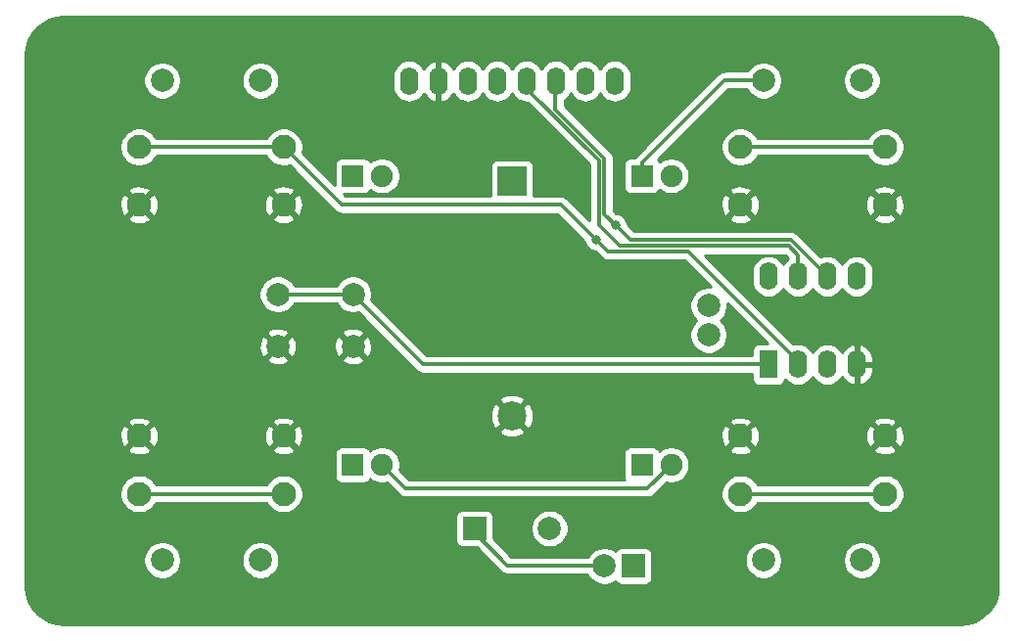
<source format=gbr>
G04 #@! TF.GenerationSoftware,KiCad,Pcbnew,(5.1.6)-1*
G04 #@! TF.CreationDate,2021-06-05T18:08:31+10:00*
G04 #@! TF.ProjectId,Simon,53696d6f-6e2e-46b6-9963-61645f706362,rev?*
G04 #@! TF.SameCoordinates,Original*
G04 #@! TF.FileFunction,Copper,L1,Top*
G04 #@! TF.FilePolarity,Positive*
%FSLAX46Y46*%
G04 Gerber Fmt 4.6, Leading zero omitted, Abs format (unit mm)*
G04 Created by KiCad (PCBNEW (5.1.6)-1) date 2021-06-05 18:08:31*
%MOMM*%
%LPD*%
G01*
G04 APERTURE LIST*
G04 #@! TA.AperFunction,ComponentPad*
%ADD10C,1.900000*%
G04 #@! TD*
G04 #@! TA.AperFunction,ComponentPad*
%ADD11R,1.900000X1.900000*%
G04 #@! TD*
G04 #@! TA.AperFunction,ComponentPad*
%ADD12O,1.600000X2.400000*%
G04 #@! TD*
G04 #@! TA.AperFunction,ComponentPad*
%ADD13R,1.600000X2.400000*%
G04 #@! TD*
G04 #@! TA.AperFunction,ComponentPad*
%ADD14C,2.500000*%
G04 #@! TD*
G04 #@! TA.AperFunction,ComponentPad*
%ADD15R,2.500000X2.500000*%
G04 #@! TD*
G04 #@! TA.AperFunction,ComponentPad*
%ADD16R,2.000000X2.000000*%
G04 #@! TD*
G04 #@! TA.AperFunction,ComponentPad*
%ADD17C,2.000000*%
G04 #@! TD*
G04 #@! TA.AperFunction,ComponentPad*
%ADD18C,2.100000*%
G04 #@! TD*
G04 #@! TA.AperFunction,ViaPad*
%ADD19C,0.800000*%
G04 #@! TD*
G04 #@! TA.AperFunction,Conductor*
%ADD20C,0.300000*%
G04 #@! TD*
G04 #@! TA.AperFunction,Conductor*
%ADD21C,0.254000*%
G04 #@! TD*
G04 APERTURE END LIST*
D10*
X13770000Y12500000D03*
D11*
X11230000Y12500000D03*
D12*
X22190000Y3810000D03*
X29810000Y-3810000D03*
X24730000Y3810000D03*
X27270000Y-3810000D03*
X27270000Y3810000D03*
X24730000Y-3810000D03*
X29810000Y3810000D03*
D13*
X22190000Y-3810000D03*
D14*
X0Y-8255000D03*
D15*
X0Y12065000D03*
D10*
X13770000Y-12500000D03*
D11*
X11230000Y-12500000D03*
D16*
X10500000Y-21250000D03*
D17*
X8000000Y-21250000D03*
D16*
X-3250000Y-18000000D03*
D17*
X3250000Y-18000000D03*
D10*
X-11230000Y12500000D03*
D11*
X-13770000Y12500000D03*
D10*
X-11230000Y-12500000D03*
D11*
X-13770000Y-12500000D03*
D18*
X-32250000Y15000000D03*
X-32250000Y10000000D03*
X-19750000Y15000000D03*
X-19750000Y10000000D03*
X19750000Y15000000D03*
X19750000Y10000000D03*
X32250000Y15000000D03*
X32250000Y10000000D03*
X-19750000Y-15000000D03*
X-19750000Y-10000000D03*
X-32250000Y-15000000D03*
X-32250000Y-10000000D03*
X32250000Y-15000000D03*
X32250000Y-10000000D03*
X19750000Y-15000000D03*
X19750000Y-10000000D03*
D17*
X-30250000Y20750000D03*
X-21750000Y20750000D03*
X30250000Y20750000D03*
X21750000Y20750000D03*
X-30250000Y-20750000D03*
X-21750000Y-20750000D03*
X30250000Y-20750000D03*
X21750000Y-20750000D03*
X-13750000Y-2250000D03*
X-20250000Y-2250000D03*
X-13750000Y2250000D03*
X-20250000Y2250000D03*
X17000000Y1270000D03*
X17000000Y-1270000D03*
D12*
X8890000Y20701000D03*
X6350000Y20701000D03*
X3810000Y20701000D03*
X1270000Y20701000D03*
X-1270000Y20701000D03*
X-3810000Y20701000D03*
X-6350000Y20701000D03*
X-8890000Y20701000D03*
D19*
X8940000Y8250000D03*
X7250000Y7000000D03*
D20*
X11230000Y12500000D02*
X11230000Y13630000D01*
X11230000Y13630000D02*
X18400000Y20800000D01*
X18400000Y20800000D02*
X21800000Y20800000D01*
X-3250000Y-18000000D02*
X-3250000Y-18350000D01*
X-3250000Y-18350000D02*
X-400000Y-21200000D01*
X-400000Y-21200000D02*
X8000000Y-21200000D01*
X-11230000Y-12500000D02*
X-9200000Y-14530000D01*
X11730002Y-14530000D02*
X13800000Y-12460002D01*
X-9200000Y-14530000D02*
X11730002Y-14530000D01*
X13800000Y-12460002D02*
X13800000Y-12400000D01*
X24730000Y3810000D02*
X24730000Y5642880D01*
X24730000Y5642880D02*
X23932890Y6439990D01*
X23932890Y6439990D02*
X9310010Y6439990D01*
X9310010Y6439990D02*
X7500000Y8250000D01*
X7500000Y8250000D02*
X7500000Y13792880D01*
X7500000Y13792880D02*
X1250000Y20042880D01*
X32250000Y-15000000D02*
X19750000Y-15000000D01*
X-32250000Y-15000000D02*
X-19750000Y-15000000D01*
X19750000Y15000000D02*
X32250000Y15000000D01*
X22190000Y-3810000D02*
X-7690000Y-3810000D01*
X-7690000Y-3810000D02*
X-13750000Y2250000D01*
X-13750000Y2250000D02*
X-20250000Y2250000D01*
X10250000Y6940000D02*
X8940000Y8250000D01*
X3750000Y18250000D02*
X3750000Y20750000D01*
X27270000Y3810000D02*
X24140000Y6940000D01*
X24140000Y6940000D02*
X10250000Y6940000D01*
X8940000Y8250000D02*
X8000010Y9189990D01*
X8000010Y9189990D02*
X8000010Y13999990D01*
X8000010Y13999990D02*
X3750000Y18250000D01*
X7250000Y7000000D02*
X8310020Y5939980D01*
X7250000Y7000000D02*
X4250000Y10000000D01*
X-19750000Y15000000D02*
X-32500000Y15000000D01*
X4250000Y10000000D02*
X-13800002Y10000000D01*
X-13800002Y10000000D02*
X-14750000Y10000000D01*
X-14750000Y10000000D02*
X-19750000Y15000000D01*
X24730000Y-3530000D02*
X15260020Y5939980D01*
X24730000Y-3810000D02*
X24730000Y-3530000D01*
X15260020Y5939980D02*
X8310020Y5939980D01*
D21*
G36*
X39388370Y26224002D02*
G01*
X40002423Y26038608D01*
X40568773Y25737475D01*
X41065847Y25332072D01*
X41474710Y24837841D01*
X41779791Y24273607D01*
X41969467Y23660863D01*
X42040001Y22989786D01*
X42040000Y-22965280D01*
X41974004Y-23638366D01*
X41788607Y-24252428D01*
X41487474Y-24818775D01*
X41082071Y-25315847D01*
X40587842Y-25724710D01*
X40023611Y-26029790D01*
X39410862Y-26219467D01*
X38739787Y-26290000D01*
X-38715280Y-26290000D01*
X-39388366Y-26224004D01*
X-40002428Y-26038607D01*
X-40568775Y-25737474D01*
X-41065847Y-25332071D01*
X-41474710Y-24837842D01*
X-41779790Y-24273611D01*
X-41969467Y-23660862D01*
X-42040000Y-22989787D01*
X-42040000Y-20588967D01*
X-31885000Y-20588967D01*
X-31885000Y-20911033D01*
X-31822168Y-21226912D01*
X-31698918Y-21524463D01*
X-31519987Y-21792252D01*
X-31292252Y-22019987D01*
X-31024463Y-22198918D01*
X-30726912Y-22322168D01*
X-30411033Y-22385000D01*
X-30088967Y-22385000D01*
X-29773088Y-22322168D01*
X-29475537Y-22198918D01*
X-29207748Y-22019987D01*
X-28980013Y-21792252D01*
X-28801082Y-21524463D01*
X-28677832Y-21226912D01*
X-28615000Y-20911033D01*
X-28615000Y-20588967D01*
X-23385000Y-20588967D01*
X-23385000Y-20911033D01*
X-23322168Y-21226912D01*
X-23198918Y-21524463D01*
X-23019987Y-21792252D01*
X-22792252Y-22019987D01*
X-22524463Y-22198918D01*
X-22226912Y-22322168D01*
X-21911033Y-22385000D01*
X-21588967Y-22385000D01*
X-21273088Y-22322168D01*
X-20975537Y-22198918D01*
X-20707748Y-22019987D01*
X-20480013Y-21792252D01*
X-20301082Y-21524463D01*
X-20177832Y-21226912D01*
X-20115000Y-20911033D01*
X-20115000Y-20588967D01*
X-20177832Y-20273088D01*
X-20301082Y-19975537D01*
X-20480013Y-19707748D01*
X-20707748Y-19480013D01*
X-20975537Y-19301082D01*
X-21273088Y-19177832D01*
X-21588967Y-19115000D01*
X-21911033Y-19115000D01*
X-22226912Y-19177832D01*
X-22524463Y-19301082D01*
X-22792252Y-19480013D01*
X-23019987Y-19707748D01*
X-23198918Y-19975537D01*
X-23322168Y-20273088D01*
X-23385000Y-20588967D01*
X-28615000Y-20588967D01*
X-28677832Y-20273088D01*
X-28801082Y-19975537D01*
X-28980013Y-19707748D01*
X-29207748Y-19480013D01*
X-29475537Y-19301082D01*
X-29773088Y-19177832D01*
X-30088967Y-19115000D01*
X-30411033Y-19115000D01*
X-30726912Y-19177832D01*
X-31024463Y-19301082D01*
X-31292252Y-19480013D01*
X-31519987Y-19707748D01*
X-31698918Y-19975537D01*
X-31822168Y-20273088D01*
X-31885000Y-20588967D01*
X-42040000Y-20588967D01*
X-42040000Y-17000000D01*
X-4888072Y-17000000D01*
X-4888072Y-19000000D01*
X-4875812Y-19124482D01*
X-4839502Y-19244180D01*
X-4780537Y-19354494D01*
X-4701185Y-19451185D01*
X-4604494Y-19530537D01*
X-4494180Y-19589502D01*
X-4374482Y-19625812D01*
X-4250000Y-19638072D01*
X-3072085Y-19638072D01*
X-982347Y-21727810D01*
X-957764Y-21757764D01*
X-838233Y-21855862D01*
X-701860Y-21928754D01*
X-553887Y-21973642D01*
X-478974Y-21981020D01*
X-438561Y-21985000D01*
X-438556Y-21985000D01*
X-400000Y-21988797D01*
X-361444Y-21985000D01*
X6534736Y-21985000D01*
X6551082Y-22024463D01*
X6730013Y-22292252D01*
X6957748Y-22519987D01*
X7225537Y-22698918D01*
X7523088Y-22822168D01*
X7838967Y-22885000D01*
X8161033Y-22885000D01*
X8476912Y-22822168D01*
X8774463Y-22698918D01*
X8955335Y-22578063D01*
X8969463Y-22604494D01*
X9048815Y-22701185D01*
X9145506Y-22780537D01*
X9255820Y-22839502D01*
X9375518Y-22875812D01*
X9500000Y-22888072D01*
X11500000Y-22888072D01*
X11624482Y-22875812D01*
X11744180Y-22839502D01*
X11854494Y-22780537D01*
X11951185Y-22701185D01*
X12030537Y-22604494D01*
X12089502Y-22494180D01*
X12125812Y-22374482D01*
X12138072Y-22250000D01*
X12138072Y-20588967D01*
X20115000Y-20588967D01*
X20115000Y-20911033D01*
X20177832Y-21226912D01*
X20301082Y-21524463D01*
X20480013Y-21792252D01*
X20707748Y-22019987D01*
X20975537Y-22198918D01*
X21273088Y-22322168D01*
X21588967Y-22385000D01*
X21911033Y-22385000D01*
X22226912Y-22322168D01*
X22524463Y-22198918D01*
X22792252Y-22019987D01*
X23019987Y-21792252D01*
X23198918Y-21524463D01*
X23322168Y-21226912D01*
X23385000Y-20911033D01*
X23385000Y-20588967D01*
X28615000Y-20588967D01*
X28615000Y-20911033D01*
X28677832Y-21226912D01*
X28801082Y-21524463D01*
X28980013Y-21792252D01*
X29207748Y-22019987D01*
X29475537Y-22198918D01*
X29773088Y-22322168D01*
X30088967Y-22385000D01*
X30411033Y-22385000D01*
X30726912Y-22322168D01*
X31024463Y-22198918D01*
X31292252Y-22019987D01*
X31519987Y-21792252D01*
X31698918Y-21524463D01*
X31822168Y-21226912D01*
X31885000Y-20911033D01*
X31885000Y-20588967D01*
X31822168Y-20273088D01*
X31698918Y-19975537D01*
X31519987Y-19707748D01*
X31292252Y-19480013D01*
X31024463Y-19301082D01*
X30726912Y-19177832D01*
X30411033Y-19115000D01*
X30088967Y-19115000D01*
X29773088Y-19177832D01*
X29475537Y-19301082D01*
X29207748Y-19480013D01*
X28980013Y-19707748D01*
X28801082Y-19975537D01*
X28677832Y-20273088D01*
X28615000Y-20588967D01*
X23385000Y-20588967D01*
X23322168Y-20273088D01*
X23198918Y-19975537D01*
X23019987Y-19707748D01*
X22792252Y-19480013D01*
X22524463Y-19301082D01*
X22226912Y-19177832D01*
X21911033Y-19115000D01*
X21588967Y-19115000D01*
X21273088Y-19177832D01*
X20975537Y-19301082D01*
X20707748Y-19480013D01*
X20480013Y-19707748D01*
X20301082Y-19975537D01*
X20177832Y-20273088D01*
X20115000Y-20588967D01*
X12138072Y-20588967D01*
X12138072Y-20250000D01*
X12125812Y-20125518D01*
X12089502Y-20005820D01*
X12030537Y-19895506D01*
X11951185Y-19798815D01*
X11854494Y-19719463D01*
X11744180Y-19660498D01*
X11624482Y-19624188D01*
X11500000Y-19611928D01*
X9500000Y-19611928D01*
X9375518Y-19624188D01*
X9255820Y-19660498D01*
X9145506Y-19719463D01*
X9048815Y-19798815D01*
X8969463Y-19895506D01*
X8955335Y-19921937D01*
X8774463Y-19801082D01*
X8476912Y-19677832D01*
X8161033Y-19615000D01*
X7838967Y-19615000D01*
X7523088Y-19677832D01*
X7225537Y-19801082D01*
X6957748Y-19980013D01*
X6730013Y-20207748D01*
X6591532Y-20415000D01*
X-74843Y-20415000D01*
X-1611928Y-18877915D01*
X-1611928Y-17838967D01*
X1615000Y-17838967D01*
X1615000Y-18161033D01*
X1677832Y-18476912D01*
X1801082Y-18774463D01*
X1980013Y-19042252D01*
X2207748Y-19269987D01*
X2475537Y-19448918D01*
X2773088Y-19572168D01*
X3088967Y-19635000D01*
X3411033Y-19635000D01*
X3726912Y-19572168D01*
X4024463Y-19448918D01*
X4292252Y-19269987D01*
X4519987Y-19042252D01*
X4698918Y-18774463D01*
X4822168Y-18476912D01*
X4885000Y-18161033D01*
X4885000Y-17838967D01*
X4822168Y-17523088D01*
X4698918Y-17225537D01*
X4519987Y-16957748D01*
X4292252Y-16730013D01*
X4024463Y-16551082D01*
X3726912Y-16427832D01*
X3411033Y-16365000D01*
X3088967Y-16365000D01*
X2773088Y-16427832D01*
X2475537Y-16551082D01*
X2207748Y-16730013D01*
X1980013Y-16957748D01*
X1801082Y-17225537D01*
X1677832Y-17523088D01*
X1615000Y-17838967D01*
X-1611928Y-17838967D01*
X-1611928Y-17000000D01*
X-1624188Y-16875518D01*
X-1660498Y-16755820D01*
X-1719463Y-16645506D01*
X-1798815Y-16548815D01*
X-1895506Y-16469463D01*
X-2005820Y-16410498D01*
X-2125518Y-16374188D01*
X-2250000Y-16361928D01*
X-4250000Y-16361928D01*
X-4374482Y-16374188D01*
X-4494180Y-16410498D01*
X-4604494Y-16469463D01*
X-4701185Y-16548815D01*
X-4780537Y-16645506D01*
X-4839502Y-16755820D01*
X-4875812Y-16875518D01*
X-4888072Y-17000000D01*
X-42040000Y-17000000D01*
X-42040000Y-14834042D01*
X-33935000Y-14834042D01*
X-33935000Y-15165958D01*
X-33870246Y-15491496D01*
X-33743228Y-15798147D01*
X-33558825Y-16074125D01*
X-33324125Y-16308825D01*
X-33048147Y-16493228D01*
X-32741496Y-16620246D01*
X-32415958Y-16685000D01*
X-32084042Y-16685000D01*
X-31758504Y-16620246D01*
X-31451853Y-16493228D01*
X-31175875Y-16308825D01*
X-30941175Y-16074125D01*
X-30756772Y-15798147D01*
X-30751326Y-15785000D01*
X-21248674Y-15785000D01*
X-21243228Y-15798147D01*
X-21058825Y-16074125D01*
X-20824125Y-16308825D01*
X-20548147Y-16493228D01*
X-20241496Y-16620246D01*
X-19915958Y-16685000D01*
X-19584042Y-16685000D01*
X-19258504Y-16620246D01*
X-18951853Y-16493228D01*
X-18675875Y-16308825D01*
X-18441175Y-16074125D01*
X-18256772Y-15798147D01*
X-18129754Y-15491496D01*
X-18065000Y-15165958D01*
X-18065000Y-14834042D01*
X-18129754Y-14508504D01*
X-18256772Y-14201853D01*
X-18441175Y-13925875D01*
X-18675875Y-13691175D01*
X-18951853Y-13506772D01*
X-19258504Y-13379754D01*
X-19584042Y-13315000D01*
X-19915958Y-13315000D01*
X-20241496Y-13379754D01*
X-20548147Y-13506772D01*
X-20824125Y-13691175D01*
X-21058825Y-13925875D01*
X-21243228Y-14201853D01*
X-21248674Y-14215000D01*
X-30751326Y-14215000D01*
X-30756772Y-14201853D01*
X-30941175Y-13925875D01*
X-31175875Y-13691175D01*
X-31451853Y-13506772D01*
X-31758504Y-13379754D01*
X-32084042Y-13315000D01*
X-32415958Y-13315000D01*
X-32741496Y-13379754D01*
X-33048147Y-13506772D01*
X-33324125Y-13691175D01*
X-33558825Y-13925875D01*
X-33743228Y-14201853D01*
X-33870246Y-14508504D01*
X-33935000Y-14834042D01*
X-42040000Y-14834042D01*
X-42040000Y-11171066D01*
X-33241461Y-11171066D01*
X-33139661Y-11440579D01*
X-32841523Y-11586463D01*
X-32520654Y-11671380D01*
X-32189383Y-11692066D01*
X-31860443Y-11647728D01*
X-31546473Y-11540069D01*
X-31360339Y-11440579D01*
X-31258539Y-11171066D01*
X-20741461Y-11171066D01*
X-20639661Y-11440579D01*
X-20341523Y-11586463D01*
X-20020654Y-11671380D01*
X-19689383Y-11692066D01*
X-19360443Y-11647728D01*
X-19075436Y-11550000D01*
X-15358072Y-11550000D01*
X-15358072Y-13450000D01*
X-15345812Y-13574482D01*
X-15309502Y-13694180D01*
X-15250537Y-13804494D01*
X-15171185Y-13901185D01*
X-15074494Y-13980537D01*
X-14964180Y-14039502D01*
X-14844482Y-14075812D01*
X-14720000Y-14088072D01*
X-12820000Y-14088072D01*
X-12695518Y-14075812D01*
X-12575820Y-14039502D01*
X-12465506Y-13980537D01*
X-12368815Y-13901185D01*
X-12289463Y-13804494D01*
X-12246818Y-13724711D01*
X-12240379Y-13731150D01*
X-11980779Y-13904609D01*
X-11692327Y-14024089D01*
X-11386109Y-14085000D01*
X-11073891Y-14085000D01*
X-10808039Y-14032118D01*
X-9782347Y-15057810D01*
X-9757764Y-15087764D01*
X-9638233Y-15185862D01*
X-9501860Y-15258754D01*
X-9353887Y-15303642D01*
X-9278974Y-15311020D01*
X-9238561Y-15315000D01*
X-9238556Y-15315000D01*
X-9200000Y-15318797D01*
X-9161444Y-15315000D01*
X11691449Y-15315000D01*
X11730002Y-15318797D01*
X11768555Y-15315000D01*
X11768563Y-15315000D01*
X11883889Y-15303641D01*
X12031862Y-15258754D01*
X12168235Y-15185862D01*
X12287766Y-15087764D01*
X12312349Y-15057810D01*
X12536117Y-14834042D01*
X18065000Y-14834042D01*
X18065000Y-15165958D01*
X18129754Y-15491496D01*
X18256772Y-15798147D01*
X18441175Y-16074125D01*
X18675875Y-16308825D01*
X18951853Y-16493228D01*
X19258504Y-16620246D01*
X19584042Y-16685000D01*
X19915958Y-16685000D01*
X20241496Y-16620246D01*
X20548147Y-16493228D01*
X20824125Y-16308825D01*
X21058825Y-16074125D01*
X21243228Y-15798147D01*
X21248674Y-15785000D01*
X30751326Y-15785000D01*
X30756772Y-15798147D01*
X30941175Y-16074125D01*
X31175875Y-16308825D01*
X31451853Y-16493228D01*
X31758504Y-16620246D01*
X32084042Y-16685000D01*
X32415958Y-16685000D01*
X32741496Y-16620246D01*
X33048147Y-16493228D01*
X33324125Y-16308825D01*
X33558825Y-16074125D01*
X33743228Y-15798147D01*
X33870246Y-15491496D01*
X33935000Y-15165958D01*
X33935000Y-14834042D01*
X33870246Y-14508504D01*
X33743228Y-14201853D01*
X33558825Y-13925875D01*
X33324125Y-13691175D01*
X33048147Y-13506772D01*
X32741496Y-13379754D01*
X32415958Y-13315000D01*
X32084042Y-13315000D01*
X31758504Y-13379754D01*
X31451853Y-13506772D01*
X31175875Y-13691175D01*
X30941175Y-13925875D01*
X30756772Y-14201853D01*
X30751326Y-14215000D01*
X21248674Y-14215000D01*
X21243228Y-14201853D01*
X21058825Y-13925875D01*
X20824125Y-13691175D01*
X20548147Y-13506772D01*
X20241496Y-13379754D01*
X19915958Y-13315000D01*
X19584042Y-13315000D01*
X19258504Y-13379754D01*
X18951853Y-13506772D01*
X18675875Y-13691175D01*
X18441175Y-13925875D01*
X18256772Y-14201853D01*
X18129754Y-14508504D01*
X18065000Y-14834042D01*
X12536117Y-14834042D01*
X13339700Y-14030460D01*
X13613891Y-14085000D01*
X13926109Y-14085000D01*
X14232327Y-14024089D01*
X14520779Y-13904609D01*
X14780379Y-13731150D01*
X15001150Y-13510379D01*
X15174609Y-13250779D01*
X15294089Y-12962327D01*
X15355000Y-12656109D01*
X15355000Y-12343891D01*
X15294089Y-12037673D01*
X15174609Y-11749221D01*
X15001150Y-11489621D01*
X14780379Y-11268850D01*
X14634035Y-11171066D01*
X18758539Y-11171066D01*
X18860339Y-11440579D01*
X19158477Y-11586463D01*
X19479346Y-11671380D01*
X19810617Y-11692066D01*
X20139557Y-11647728D01*
X20453527Y-11540069D01*
X20639661Y-11440579D01*
X20741461Y-11171066D01*
X31258539Y-11171066D01*
X31360339Y-11440579D01*
X31658477Y-11586463D01*
X31979346Y-11671380D01*
X32310617Y-11692066D01*
X32639557Y-11647728D01*
X32953527Y-11540069D01*
X33139661Y-11440579D01*
X33241461Y-11171066D01*
X32250000Y-10179605D01*
X31258539Y-11171066D01*
X20741461Y-11171066D01*
X19750000Y-10179605D01*
X18758539Y-11171066D01*
X14634035Y-11171066D01*
X14520779Y-11095391D01*
X14232327Y-10975911D01*
X13926109Y-10915000D01*
X13613891Y-10915000D01*
X13307673Y-10975911D01*
X13019221Y-11095391D01*
X12759621Y-11268850D01*
X12753182Y-11275289D01*
X12710537Y-11195506D01*
X12631185Y-11098815D01*
X12534494Y-11019463D01*
X12424180Y-10960498D01*
X12304482Y-10924188D01*
X12180000Y-10911928D01*
X10280000Y-10911928D01*
X10155518Y-10924188D01*
X10035820Y-10960498D01*
X9925506Y-11019463D01*
X9828815Y-11098815D01*
X9749463Y-11195506D01*
X9690498Y-11305820D01*
X9654188Y-11425518D01*
X9641928Y-11550000D01*
X9641928Y-13450000D01*
X9654188Y-13574482D01*
X9690498Y-13694180D01*
X9717662Y-13745000D01*
X-8874843Y-13745000D01*
X-9697882Y-12921961D01*
X-9645000Y-12656109D01*
X-9645000Y-12343891D01*
X-9705911Y-12037673D01*
X-9825391Y-11749221D01*
X-9998850Y-11489621D01*
X-10219621Y-11268850D01*
X-10479221Y-11095391D01*
X-10767673Y-10975911D01*
X-11073891Y-10915000D01*
X-11386109Y-10915000D01*
X-11692327Y-10975911D01*
X-11980779Y-11095391D01*
X-12240379Y-11268850D01*
X-12246818Y-11275289D01*
X-12289463Y-11195506D01*
X-12368815Y-11098815D01*
X-12465506Y-11019463D01*
X-12575820Y-10960498D01*
X-12695518Y-10924188D01*
X-12820000Y-10911928D01*
X-14720000Y-10911928D01*
X-14844482Y-10924188D01*
X-14964180Y-10960498D01*
X-15074494Y-11019463D01*
X-15171185Y-11098815D01*
X-15250537Y-11195506D01*
X-15309502Y-11305820D01*
X-15345812Y-11425518D01*
X-15358072Y-11550000D01*
X-19075436Y-11550000D01*
X-19046473Y-11540069D01*
X-18860339Y-11440579D01*
X-18758539Y-11171066D01*
X-19750000Y-10179605D01*
X-20741461Y-11171066D01*
X-31258539Y-11171066D01*
X-32250000Y-10179605D01*
X-33241461Y-11171066D01*
X-42040000Y-11171066D01*
X-42040000Y-10060617D01*
X-33942066Y-10060617D01*
X-33897728Y-10389557D01*
X-33790069Y-10703527D01*
X-33690579Y-10889661D01*
X-33421066Y-10991461D01*
X-32429605Y-10000000D01*
X-32070395Y-10000000D01*
X-31078934Y-10991461D01*
X-30809421Y-10889661D01*
X-30663537Y-10591523D01*
X-30578620Y-10270654D01*
X-30565505Y-10060617D01*
X-21442066Y-10060617D01*
X-21397728Y-10389557D01*
X-21290069Y-10703527D01*
X-21190579Y-10889661D01*
X-20921066Y-10991461D01*
X-19929605Y-10000000D01*
X-19570395Y-10000000D01*
X-18578934Y-10991461D01*
X-18309421Y-10889661D01*
X-18163537Y-10591523D01*
X-18078620Y-10270654D01*
X-18057934Y-9939383D01*
X-18102272Y-9610443D01*
X-18116618Y-9568605D01*
X-1134000Y-9568605D01*
X-1008086Y-9858577D01*
X-675874Y-10024433D01*
X-317688Y-10122290D01*
X52706Y-10148389D01*
X421075Y-10101725D01*
X544152Y-10060617D01*
X18057934Y-10060617D01*
X18102272Y-10389557D01*
X18209931Y-10703527D01*
X18309421Y-10889661D01*
X18578934Y-10991461D01*
X19570395Y-10000000D01*
X19929605Y-10000000D01*
X20921066Y-10991461D01*
X21190579Y-10889661D01*
X21336463Y-10591523D01*
X21421380Y-10270654D01*
X21434495Y-10060617D01*
X30557934Y-10060617D01*
X30602272Y-10389557D01*
X30709931Y-10703527D01*
X30809421Y-10889661D01*
X31078934Y-10991461D01*
X32070395Y-10000000D01*
X32429605Y-10000000D01*
X33421066Y-10991461D01*
X33690579Y-10889661D01*
X33836463Y-10591523D01*
X33921380Y-10270654D01*
X33942066Y-9939383D01*
X33897728Y-9610443D01*
X33790069Y-9296473D01*
X33690579Y-9110339D01*
X33421066Y-9008539D01*
X32429605Y-10000000D01*
X32070395Y-10000000D01*
X31078934Y-9008539D01*
X30809421Y-9110339D01*
X30663537Y-9408477D01*
X30578620Y-9729346D01*
X30557934Y-10060617D01*
X21434495Y-10060617D01*
X21442066Y-9939383D01*
X21397728Y-9610443D01*
X21290069Y-9296473D01*
X21190579Y-9110339D01*
X20921066Y-9008539D01*
X19929605Y-10000000D01*
X19570395Y-10000000D01*
X18578934Y-9008539D01*
X18309421Y-9110339D01*
X18163537Y-9408477D01*
X18078620Y-9729346D01*
X18057934Y-10060617D01*
X544152Y-10060617D01*
X773262Y-9984094D01*
X1008086Y-9858577D01*
X1134000Y-9568605D01*
X0Y-8434605D01*
X-1134000Y-9568605D01*
X-18116618Y-9568605D01*
X-18209931Y-9296473D01*
X-18309421Y-9110339D01*
X-18578934Y-9008539D01*
X-19570395Y-10000000D01*
X-19929605Y-10000000D01*
X-20921066Y-9008539D01*
X-21190579Y-9110339D01*
X-21336463Y-9408477D01*
X-21421380Y-9729346D01*
X-21442066Y-10060617D01*
X-30565505Y-10060617D01*
X-30557934Y-9939383D01*
X-30602272Y-9610443D01*
X-30709931Y-9296473D01*
X-30809421Y-9110339D01*
X-31078934Y-9008539D01*
X-32070395Y-10000000D01*
X-32429605Y-10000000D01*
X-33421066Y-9008539D01*
X-33690579Y-9110339D01*
X-33836463Y-9408477D01*
X-33921380Y-9729346D01*
X-33942066Y-10060617D01*
X-42040000Y-10060617D01*
X-42040000Y-8828934D01*
X-33241461Y-8828934D01*
X-32250000Y-9820395D01*
X-31258539Y-8828934D01*
X-20741461Y-8828934D01*
X-19750000Y-9820395D01*
X-18758539Y-8828934D01*
X-18860339Y-8559421D01*
X-19158477Y-8413537D01*
X-19479346Y-8328620D01*
X-19810617Y-8307934D01*
X-20139557Y-8352272D01*
X-20453527Y-8459931D01*
X-20639661Y-8559421D01*
X-20741461Y-8828934D01*
X-31258539Y-8828934D01*
X-31360339Y-8559421D01*
X-31658477Y-8413537D01*
X-31979346Y-8328620D01*
X-32310617Y-8307934D01*
X-32639557Y-8352272D01*
X-32953527Y-8459931D01*
X-33139661Y-8559421D01*
X-33241461Y-8828934D01*
X-42040000Y-8828934D01*
X-42040000Y-8307706D01*
X-1893389Y-8307706D01*
X-1846725Y-8676075D01*
X-1729094Y-9028262D01*
X-1603577Y-9263086D01*
X-1313605Y-9389000D01*
X-179605Y-8255000D01*
X179605Y-8255000D01*
X1313605Y-9389000D01*
X1603577Y-9263086D01*
X1769433Y-8930874D01*
X1797283Y-8828934D01*
X18758539Y-8828934D01*
X19750000Y-9820395D01*
X20741461Y-8828934D01*
X31258539Y-8828934D01*
X32250000Y-9820395D01*
X33241461Y-8828934D01*
X33139661Y-8559421D01*
X32841523Y-8413537D01*
X32520654Y-8328620D01*
X32189383Y-8307934D01*
X31860443Y-8352272D01*
X31546473Y-8459931D01*
X31360339Y-8559421D01*
X31258539Y-8828934D01*
X20741461Y-8828934D01*
X20639661Y-8559421D01*
X20341523Y-8413537D01*
X20020654Y-8328620D01*
X19689383Y-8307934D01*
X19360443Y-8352272D01*
X19046473Y-8459931D01*
X18860339Y-8559421D01*
X18758539Y-8828934D01*
X1797283Y-8828934D01*
X1867290Y-8572688D01*
X1893389Y-8202294D01*
X1846725Y-7833925D01*
X1729094Y-7481738D01*
X1603577Y-7246914D01*
X1313605Y-7121000D01*
X179605Y-8255000D01*
X-179605Y-8255000D01*
X-1313605Y-7121000D01*
X-1603577Y-7246914D01*
X-1769433Y-7579126D01*
X-1867290Y-7937312D01*
X-1893389Y-8307706D01*
X-42040000Y-8307706D01*
X-42040000Y-6941395D01*
X-1134000Y-6941395D01*
X0Y-8075395D01*
X1134000Y-6941395D01*
X1008086Y-6651423D01*
X675874Y-6485567D01*
X317688Y-6387710D01*
X-52706Y-6361611D01*
X-421075Y-6408275D01*
X-773262Y-6525906D01*
X-1008086Y-6651423D01*
X-1134000Y-6941395D01*
X-42040000Y-6941395D01*
X-42040000Y-3385413D01*
X-21205808Y-3385413D01*
X-21110044Y-3649814D01*
X-20820429Y-3790704D01*
X-20508892Y-3872384D01*
X-20187405Y-3891718D01*
X-19868325Y-3847961D01*
X-19563912Y-3742795D01*
X-19389956Y-3649814D01*
X-19294192Y-3385413D01*
X-14705808Y-3385413D01*
X-14610044Y-3649814D01*
X-14320429Y-3790704D01*
X-14008892Y-3872384D01*
X-13687405Y-3891718D01*
X-13368325Y-3847961D01*
X-13063912Y-3742795D01*
X-12889956Y-3649814D01*
X-12794192Y-3385413D01*
X-13750000Y-2429605D01*
X-14705808Y-3385413D01*
X-19294192Y-3385413D01*
X-20250000Y-2429605D01*
X-21205808Y-3385413D01*
X-42040000Y-3385413D01*
X-42040000Y-2312595D01*
X-21891718Y-2312595D01*
X-21847961Y-2631675D01*
X-21742795Y-2936088D01*
X-21649814Y-3110044D01*
X-21385413Y-3205808D01*
X-20429605Y-2250000D01*
X-20070395Y-2250000D01*
X-19114587Y-3205808D01*
X-18850186Y-3110044D01*
X-18709296Y-2820429D01*
X-18627616Y-2508892D01*
X-18615811Y-2312595D01*
X-15391718Y-2312595D01*
X-15347961Y-2631675D01*
X-15242795Y-2936088D01*
X-15149814Y-3110044D01*
X-14885413Y-3205808D01*
X-13929605Y-2250000D01*
X-13570395Y-2250000D01*
X-12614587Y-3205808D01*
X-12350186Y-3110044D01*
X-12209296Y-2820429D01*
X-12127616Y-2508892D01*
X-12108282Y-2187405D01*
X-12152039Y-1868325D01*
X-12257205Y-1563912D01*
X-12350186Y-1389956D01*
X-12614587Y-1294192D01*
X-13570395Y-2250000D01*
X-13929605Y-2250000D01*
X-14885413Y-1294192D01*
X-15149814Y-1389956D01*
X-15290704Y-1679571D01*
X-15372384Y-1991108D01*
X-15391718Y-2312595D01*
X-18615811Y-2312595D01*
X-18608282Y-2187405D01*
X-18652039Y-1868325D01*
X-18757205Y-1563912D01*
X-18850186Y-1389956D01*
X-19114587Y-1294192D01*
X-20070395Y-2250000D01*
X-20429605Y-2250000D01*
X-21385413Y-1294192D01*
X-21649814Y-1389956D01*
X-21790704Y-1679571D01*
X-21872384Y-1991108D01*
X-21891718Y-2312595D01*
X-42040000Y-2312595D01*
X-42040000Y-1114587D01*
X-21205808Y-1114587D01*
X-20250000Y-2070395D01*
X-19294192Y-1114587D01*
X-14705808Y-1114587D01*
X-13750000Y-2070395D01*
X-12794192Y-1114587D01*
X-12889956Y-850186D01*
X-13179571Y-709296D01*
X-13491108Y-627616D01*
X-13812595Y-608282D01*
X-14131675Y-652039D01*
X-14436088Y-757205D01*
X-14610044Y-850186D01*
X-14705808Y-1114587D01*
X-19294192Y-1114587D01*
X-19389956Y-850186D01*
X-19679571Y-709296D01*
X-19991108Y-627616D01*
X-20312595Y-608282D01*
X-20631675Y-652039D01*
X-20936088Y-757205D01*
X-21110044Y-850186D01*
X-21205808Y-1114587D01*
X-42040000Y-1114587D01*
X-42040000Y8828934D01*
X-33241461Y8828934D01*
X-33139661Y8559421D01*
X-32841523Y8413537D01*
X-32520654Y8328620D01*
X-32189383Y8307934D01*
X-31860443Y8352272D01*
X-31546473Y8459931D01*
X-31360339Y8559421D01*
X-31258539Y8828934D01*
X-20741461Y8828934D01*
X-20639661Y8559421D01*
X-20341523Y8413537D01*
X-20020654Y8328620D01*
X-19689383Y8307934D01*
X-19360443Y8352272D01*
X-19046473Y8459931D01*
X-18860339Y8559421D01*
X-18758539Y8828934D01*
X-19750000Y9820395D01*
X-20741461Y8828934D01*
X-31258539Y8828934D01*
X-32250000Y9820395D01*
X-33241461Y8828934D01*
X-42040000Y8828934D01*
X-42040000Y9939383D01*
X-33942066Y9939383D01*
X-33897728Y9610443D01*
X-33790069Y9296473D01*
X-33690579Y9110339D01*
X-33421066Y9008539D01*
X-32429605Y10000000D01*
X-32070395Y10000000D01*
X-31078934Y9008539D01*
X-30809421Y9110339D01*
X-30663537Y9408477D01*
X-30578620Y9729346D01*
X-30565505Y9939383D01*
X-21442066Y9939383D01*
X-21397728Y9610443D01*
X-21290069Y9296473D01*
X-21190579Y9110339D01*
X-20921066Y9008539D01*
X-19929605Y10000000D01*
X-19570395Y10000000D01*
X-18578934Y9008539D01*
X-18309421Y9110339D01*
X-18163537Y9408477D01*
X-18078620Y9729346D01*
X-18057934Y10060617D01*
X-18102272Y10389557D01*
X-18209931Y10703527D01*
X-18309421Y10889661D01*
X-18578934Y10991461D01*
X-19570395Y10000000D01*
X-19929605Y10000000D01*
X-20921066Y10991461D01*
X-21190579Y10889661D01*
X-21336463Y10591523D01*
X-21421380Y10270654D01*
X-21442066Y9939383D01*
X-30565505Y9939383D01*
X-30557934Y10060617D01*
X-30602272Y10389557D01*
X-30709931Y10703527D01*
X-30809421Y10889661D01*
X-31078934Y10991461D01*
X-32070395Y10000000D01*
X-32429605Y10000000D01*
X-33421066Y10991461D01*
X-33690579Y10889661D01*
X-33836463Y10591523D01*
X-33921380Y10270654D01*
X-33942066Y9939383D01*
X-42040000Y9939383D01*
X-42040000Y11171066D01*
X-33241461Y11171066D01*
X-32250000Y10179605D01*
X-31258539Y11171066D01*
X-20741461Y11171066D01*
X-19750000Y10179605D01*
X-18758539Y11171066D01*
X-18860339Y11440579D01*
X-19158477Y11586463D01*
X-19479346Y11671380D01*
X-19810617Y11692066D01*
X-20139557Y11647728D01*
X-20453527Y11540069D01*
X-20639661Y11440579D01*
X-20741461Y11171066D01*
X-31258539Y11171066D01*
X-31360339Y11440579D01*
X-31658477Y11586463D01*
X-31979346Y11671380D01*
X-32310617Y11692066D01*
X-32639557Y11647728D01*
X-32953527Y11540069D01*
X-33139661Y11440579D01*
X-33241461Y11171066D01*
X-42040000Y11171066D01*
X-42040000Y15165958D01*
X-33935000Y15165958D01*
X-33935000Y14834042D01*
X-33870246Y14508504D01*
X-33743228Y14201853D01*
X-33558825Y13925875D01*
X-33324125Y13691175D01*
X-33048147Y13506772D01*
X-32741496Y13379754D01*
X-32415958Y13315000D01*
X-32084042Y13315000D01*
X-31758504Y13379754D01*
X-31451853Y13506772D01*
X-31175875Y13691175D01*
X-30941175Y13925875D01*
X-30756772Y14201853D01*
X-30751326Y14215000D01*
X-21248674Y14215000D01*
X-21243228Y14201853D01*
X-21058825Y13925875D01*
X-20824125Y13691175D01*
X-20548147Y13506772D01*
X-20241496Y13379754D01*
X-19915958Y13315000D01*
X-19584042Y13315000D01*
X-19258504Y13379754D01*
X-19245357Y13385200D01*
X-15332347Y9472190D01*
X-15307764Y9442236D01*
X-15188233Y9344138D01*
X-15077592Y9285000D01*
X-15051860Y9271246D01*
X-14903887Y9226358D01*
X-14828974Y9218980D01*
X-14788561Y9215000D01*
X-14788556Y9215000D01*
X-14750000Y9211203D01*
X-14711444Y9215000D01*
X3924843Y9215000D01*
X6215000Y6924843D01*
X6215000Y6898061D01*
X6254774Y6698102D01*
X6332795Y6509744D01*
X6446063Y6340226D01*
X6590226Y6196063D01*
X6759744Y6082795D01*
X6948102Y6004774D01*
X7148061Y5965000D01*
X7174843Y5965000D01*
X7727673Y5412170D01*
X7752256Y5382216D01*
X7871787Y5284118D01*
X8008160Y5211226D01*
X8156133Y5166338D01*
X8231046Y5158960D01*
X8271459Y5154980D01*
X8271464Y5154980D01*
X8310020Y5151183D01*
X8348576Y5154980D01*
X14934863Y5154980D01*
X17190755Y2899088D01*
X17161033Y2905000D01*
X16838967Y2905000D01*
X16523088Y2842168D01*
X16225537Y2718918D01*
X15957748Y2539987D01*
X15730013Y2312252D01*
X15551082Y2044463D01*
X15427832Y1746912D01*
X15365000Y1431033D01*
X15365000Y1108967D01*
X15427832Y793088D01*
X15551082Y495537D01*
X15730013Y227748D01*
X15957748Y13D01*
X15957767Y0D01*
X15957748Y-13D01*
X15730013Y-227748D01*
X15551082Y-495537D01*
X15427832Y-793088D01*
X15365000Y-1108967D01*
X15365000Y-1431033D01*
X15427832Y-1746912D01*
X15551082Y-2044463D01*
X15730013Y-2312252D01*
X15957748Y-2539987D01*
X16225537Y-2718918D01*
X16523088Y-2842168D01*
X16838967Y-2905000D01*
X17161033Y-2905000D01*
X17476912Y-2842168D01*
X17774463Y-2718918D01*
X18042252Y-2539987D01*
X18269987Y-2312252D01*
X18448918Y-2044463D01*
X18572168Y-1746912D01*
X18635000Y-1431033D01*
X18635000Y-1108967D01*
X18572168Y-793088D01*
X18448918Y-495537D01*
X18269987Y-227748D01*
X18042252Y-13D01*
X18042233Y0D01*
X18042252Y13D01*
X18269987Y227748D01*
X18448918Y495537D01*
X18572168Y793088D01*
X18635000Y1108967D01*
X18635000Y1431033D01*
X18629088Y1460755D01*
X22061770Y-1971928D01*
X21390000Y-1971928D01*
X21265518Y-1984188D01*
X21145820Y-2020498D01*
X21035506Y-2079463D01*
X20938815Y-2158815D01*
X20859463Y-2255506D01*
X20800498Y-2365820D01*
X20764188Y-2485518D01*
X20751928Y-2610000D01*
X20751928Y-3025000D01*
X-7364842Y-3025000D01*
X-12175360Y1785517D01*
X-12115000Y2088967D01*
X-12115000Y2411033D01*
X-12177832Y2726912D01*
X-12301082Y3024463D01*
X-12480013Y3292252D01*
X-12707748Y3519987D01*
X-12975537Y3698918D01*
X-13273088Y3822168D01*
X-13588967Y3885000D01*
X-13911033Y3885000D01*
X-14226912Y3822168D01*
X-14524463Y3698918D01*
X-14792252Y3519987D01*
X-15019987Y3292252D01*
X-15191877Y3035000D01*
X-18808123Y3035000D01*
X-18980013Y3292252D01*
X-19207748Y3519987D01*
X-19475537Y3698918D01*
X-19773088Y3822168D01*
X-20088967Y3885000D01*
X-20411033Y3885000D01*
X-20726912Y3822168D01*
X-21024463Y3698918D01*
X-21292252Y3519987D01*
X-21519987Y3292252D01*
X-21698918Y3024463D01*
X-21822168Y2726912D01*
X-21885000Y2411033D01*
X-21885000Y2088967D01*
X-21822168Y1773088D01*
X-21698918Y1475537D01*
X-21519987Y1207748D01*
X-21292252Y980013D01*
X-21024463Y801082D01*
X-20726912Y677832D01*
X-20411033Y615000D01*
X-20088967Y615000D01*
X-19773088Y677832D01*
X-19475537Y801082D01*
X-19207748Y980013D01*
X-18980013Y1207748D01*
X-18808123Y1465000D01*
X-15191877Y1465000D01*
X-15019987Y1207748D01*
X-14792252Y980013D01*
X-14524463Y801082D01*
X-14226912Y677832D01*
X-13911033Y615000D01*
X-13588967Y615000D01*
X-13285517Y675360D01*
X-8272342Y-4337816D01*
X-8247764Y-4367764D01*
X-8217816Y-4392342D01*
X-8217813Y-4392345D01*
X-8188441Y-4416450D01*
X-8128233Y-4465862D01*
X-7991860Y-4538754D01*
X-7843888Y-4583641D01*
X-7829510Y-4585057D01*
X-7728561Y-4595000D01*
X-7728554Y-4595000D01*
X-7690001Y-4598797D01*
X-7651448Y-4595000D01*
X20751928Y-4595000D01*
X20751928Y-5010000D01*
X20764188Y-5134482D01*
X20800498Y-5254180D01*
X20859463Y-5364494D01*
X20938815Y-5461185D01*
X21035506Y-5540537D01*
X21145820Y-5599502D01*
X21265518Y-5635812D01*
X21390000Y-5648072D01*
X22990000Y-5648072D01*
X23114482Y-5635812D01*
X23234180Y-5599502D01*
X23344494Y-5540537D01*
X23441185Y-5461185D01*
X23520537Y-5364494D01*
X23579502Y-5254180D01*
X23615812Y-5134482D01*
X23617581Y-5116517D01*
X23710393Y-5229608D01*
X23928900Y-5408932D01*
X24178193Y-5542182D01*
X24448692Y-5624236D01*
X24730000Y-5651943D01*
X25011309Y-5624236D01*
X25281808Y-5542182D01*
X25531101Y-5408932D01*
X25749608Y-5229608D01*
X25928932Y-5011101D01*
X26000000Y-4878142D01*
X26071068Y-5011101D01*
X26250393Y-5229608D01*
X26468900Y-5408932D01*
X26718193Y-5542182D01*
X26988692Y-5624236D01*
X27270000Y-5651943D01*
X27551309Y-5624236D01*
X27821808Y-5542182D01*
X28071101Y-5408932D01*
X28289608Y-5229608D01*
X28468932Y-5011101D01*
X28537265Y-4883259D01*
X28687399Y-5112839D01*
X28885105Y-5314500D01*
X29118354Y-5473715D01*
X29378182Y-5584367D01*
X29460961Y-5601904D01*
X29683000Y-5479915D01*
X29683000Y-3937000D01*
X29937000Y-3937000D01*
X29937000Y-5479915D01*
X30159039Y-5601904D01*
X30241818Y-5584367D01*
X30501646Y-5473715D01*
X30734895Y-5314500D01*
X30932601Y-5112839D01*
X31087166Y-4876483D01*
X31192650Y-4614514D01*
X31245000Y-4337000D01*
X31245000Y-3937000D01*
X29937000Y-3937000D01*
X29683000Y-3937000D01*
X29663000Y-3937000D01*
X29663000Y-3683000D01*
X29683000Y-3683000D01*
X29683000Y-2140085D01*
X29937000Y-2140085D01*
X29937000Y-3683000D01*
X31245000Y-3683000D01*
X31245000Y-3283000D01*
X31192650Y-3005486D01*
X31087166Y-2743517D01*
X30932601Y-2507161D01*
X30734895Y-2305500D01*
X30501646Y-2146285D01*
X30241818Y-2035633D01*
X30159039Y-2018096D01*
X29937000Y-2140085D01*
X29683000Y-2140085D01*
X29460961Y-2018096D01*
X29378182Y-2035633D01*
X29118354Y-2146285D01*
X28885105Y-2305500D01*
X28687399Y-2507161D01*
X28537265Y-2736741D01*
X28468932Y-2608899D01*
X28289607Y-2390392D01*
X28071100Y-2211068D01*
X27821807Y-2077818D01*
X27551308Y-1995764D01*
X27270000Y-1968057D01*
X26988691Y-1995764D01*
X26718192Y-2077818D01*
X26468899Y-2211068D01*
X26250392Y-2390393D01*
X26071068Y-2608900D01*
X26000000Y-2741858D01*
X25928932Y-2608899D01*
X25749607Y-2390392D01*
X25531100Y-2211068D01*
X25281807Y-2077818D01*
X25011308Y-1995764D01*
X24730000Y-1968057D01*
X24448691Y-1995764D01*
X24339150Y-2028992D01*
X16655167Y5654990D01*
X23607733Y5654990D01*
X23887646Y5375077D01*
X23710392Y5229607D01*
X23531068Y5011100D01*
X23460000Y4878142D01*
X23388932Y5011101D01*
X23209607Y5229608D01*
X22991100Y5408932D01*
X22741807Y5542182D01*
X22471308Y5624236D01*
X22190000Y5651943D01*
X21908691Y5624236D01*
X21638192Y5542182D01*
X21388899Y5408932D01*
X21170392Y5229607D01*
X20991068Y5011100D01*
X20857818Y4761807D01*
X20775764Y4491308D01*
X20755000Y4280491D01*
X20755000Y3339508D01*
X20775764Y3128691D01*
X20857818Y2858192D01*
X20991068Y2608899D01*
X21170393Y2390392D01*
X21388900Y2211068D01*
X21638193Y2077818D01*
X21908692Y1995764D01*
X22190000Y1968057D01*
X22471309Y1995764D01*
X22741808Y2077818D01*
X22991101Y2211068D01*
X23209608Y2390392D01*
X23388932Y2608899D01*
X23460000Y2741858D01*
X23531068Y2608899D01*
X23710393Y2390392D01*
X23928900Y2211068D01*
X24178193Y2077818D01*
X24448692Y1995764D01*
X24730000Y1968057D01*
X25011309Y1995764D01*
X25281808Y2077818D01*
X25531101Y2211068D01*
X25749608Y2390392D01*
X25928932Y2608899D01*
X26000000Y2741858D01*
X26071068Y2608899D01*
X26250393Y2390392D01*
X26468900Y2211068D01*
X26718193Y2077818D01*
X26988692Y1995764D01*
X27270000Y1968057D01*
X27551309Y1995764D01*
X27821808Y2077818D01*
X28071101Y2211068D01*
X28289608Y2390392D01*
X28468932Y2608899D01*
X28540000Y2741858D01*
X28611068Y2608899D01*
X28790393Y2390392D01*
X29008900Y2211068D01*
X29258193Y2077818D01*
X29528692Y1995764D01*
X29810000Y1968057D01*
X30091309Y1995764D01*
X30361808Y2077818D01*
X30611101Y2211068D01*
X30829608Y2390392D01*
X31008932Y2608899D01*
X31142182Y2858192D01*
X31224236Y3128691D01*
X31245000Y3339509D01*
X31245000Y4280492D01*
X31224236Y4491309D01*
X31142182Y4761808D01*
X31008932Y5011101D01*
X30829607Y5229608D01*
X30611100Y5408932D01*
X30361807Y5542182D01*
X30091308Y5624236D01*
X29810000Y5651943D01*
X29528691Y5624236D01*
X29258192Y5542182D01*
X29008899Y5408932D01*
X28790392Y5229607D01*
X28611068Y5011100D01*
X28540000Y4878142D01*
X28468932Y5011101D01*
X28289607Y5229608D01*
X28071100Y5408932D01*
X27821807Y5542182D01*
X27551308Y5624236D01*
X27270000Y5651943D01*
X26988691Y5624236D01*
X26718192Y5542182D01*
X26672434Y5517724D01*
X24722345Y7467812D01*
X24697764Y7497764D01*
X24578233Y7595862D01*
X24441860Y7668754D01*
X24293887Y7713641D01*
X24178561Y7725000D01*
X24178553Y7725000D01*
X24140000Y7728797D01*
X24101447Y7725000D01*
X10575157Y7725000D01*
X9975000Y8325157D01*
X9975000Y8351939D01*
X9935226Y8551898D01*
X9857205Y8740256D01*
X9797953Y8828934D01*
X18758539Y8828934D01*
X18860339Y8559421D01*
X19158477Y8413537D01*
X19479346Y8328620D01*
X19810617Y8307934D01*
X20139557Y8352272D01*
X20453527Y8459931D01*
X20639661Y8559421D01*
X20741461Y8828934D01*
X31258539Y8828934D01*
X31360339Y8559421D01*
X31658477Y8413537D01*
X31979346Y8328620D01*
X32310617Y8307934D01*
X32639557Y8352272D01*
X32953527Y8459931D01*
X33139661Y8559421D01*
X33241461Y8828934D01*
X32250000Y9820395D01*
X31258539Y8828934D01*
X20741461Y8828934D01*
X19750000Y9820395D01*
X18758539Y8828934D01*
X9797953Y8828934D01*
X9743937Y8909774D01*
X9599774Y9053937D01*
X9430256Y9167205D01*
X9241898Y9245226D01*
X9041939Y9285000D01*
X9015157Y9285000D01*
X8785010Y9515147D01*
X8785010Y9939383D01*
X18057934Y9939383D01*
X18102272Y9610443D01*
X18209931Y9296473D01*
X18309421Y9110339D01*
X18578934Y9008539D01*
X19570395Y10000000D01*
X19929605Y10000000D01*
X20921066Y9008539D01*
X21190579Y9110339D01*
X21336463Y9408477D01*
X21421380Y9729346D01*
X21434495Y9939383D01*
X30557934Y9939383D01*
X30602272Y9610443D01*
X30709931Y9296473D01*
X30809421Y9110339D01*
X31078934Y9008539D01*
X32070395Y10000000D01*
X32429605Y10000000D01*
X33421066Y9008539D01*
X33690579Y9110339D01*
X33836463Y9408477D01*
X33921380Y9729346D01*
X33942066Y10060617D01*
X33897728Y10389557D01*
X33790069Y10703527D01*
X33690579Y10889661D01*
X33421066Y10991461D01*
X32429605Y10000000D01*
X32070395Y10000000D01*
X31078934Y10991461D01*
X30809421Y10889661D01*
X30663537Y10591523D01*
X30578620Y10270654D01*
X30557934Y9939383D01*
X21434495Y9939383D01*
X21442066Y10060617D01*
X21397728Y10389557D01*
X21290069Y10703527D01*
X21190579Y10889661D01*
X20921066Y10991461D01*
X19929605Y10000000D01*
X19570395Y10000000D01*
X18578934Y10991461D01*
X18309421Y10889661D01*
X18163537Y10591523D01*
X18078620Y10270654D01*
X18057934Y9939383D01*
X8785010Y9939383D01*
X8785010Y13450000D01*
X9641928Y13450000D01*
X9641928Y11550000D01*
X9654188Y11425518D01*
X9690498Y11305820D01*
X9749463Y11195506D01*
X9828815Y11098815D01*
X9925506Y11019463D01*
X10035820Y10960498D01*
X10155518Y10924188D01*
X10280000Y10911928D01*
X12180000Y10911928D01*
X12304482Y10924188D01*
X12424180Y10960498D01*
X12534494Y11019463D01*
X12631185Y11098815D01*
X12710537Y11195506D01*
X12753182Y11275289D01*
X12759621Y11268850D01*
X13019221Y11095391D01*
X13307673Y10975911D01*
X13613891Y10915000D01*
X13926109Y10915000D01*
X14232327Y10975911D01*
X14520779Y11095391D01*
X14634034Y11171066D01*
X18758539Y11171066D01*
X19750000Y10179605D01*
X20741461Y11171066D01*
X31258539Y11171066D01*
X32250000Y10179605D01*
X33241461Y11171066D01*
X33139661Y11440579D01*
X32841523Y11586463D01*
X32520654Y11671380D01*
X32189383Y11692066D01*
X31860443Y11647728D01*
X31546473Y11540069D01*
X31360339Y11440579D01*
X31258539Y11171066D01*
X20741461Y11171066D01*
X20639661Y11440579D01*
X20341523Y11586463D01*
X20020654Y11671380D01*
X19689383Y11692066D01*
X19360443Y11647728D01*
X19046473Y11540069D01*
X18860339Y11440579D01*
X18758539Y11171066D01*
X14634034Y11171066D01*
X14780379Y11268850D01*
X15001150Y11489621D01*
X15174609Y11749221D01*
X15294089Y12037673D01*
X15355000Y12343891D01*
X15355000Y12656109D01*
X15294089Y12962327D01*
X15174609Y13250779D01*
X15001150Y13510379D01*
X14780379Y13731150D01*
X14520779Y13904609D01*
X14232327Y14024089D01*
X13926109Y14085000D01*
X13613891Y14085000D01*
X13307673Y14024089D01*
X13019221Y13904609D01*
X12759621Y13731150D01*
X12753182Y13724711D01*
X12710537Y13804494D01*
X12631185Y13901185D01*
X12620286Y13910129D01*
X13876115Y15165958D01*
X18065000Y15165958D01*
X18065000Y14834042D01*
X18129754Y14508504D01*
X18256772Y14201853D01*
X18441175Y13925875D01*
X18675875Y13691175D01*
X18951853Y13506772D01*
X19258504Y13379754D01*
X19584042Y13315000D01*
X19915958Y13315000D01*
X20241496Y13379754D01*
X20548147Y13506772D01*
X20824125Y13691175D01*
X21058825Y13925875D01*
X21243228Y14201853D01*
X21248674Y14215000D01*
X30751326Y14215000D01*
X30756772Y14201853D01*
X30941175Y13925875D01*
X31175875Y13691175D01*
X31451853Y13506772D01*
X31758504Y13379754D01*
X32084042Y13315000D01*
X32415958Y13315000D01*
X32741496Y13379754D01*
X33048147Y13506772D01*
X33324125Y13691175D01*
X33558825Y13925875D01*
X33743228Y14201853D01*
X33870246Y14508504D01*
X33935000Y14834042D01*
X33935000Y15165958D01*
X33870246Y15491496D01*
X33743228Y15798147D01*
X33558825Y16074125D01*
X33324125Y16308825D01*
X33048147Y16493228D01*
X32741496Y16620246D01*
X32415958Y16685000D01*
X32084042Y16685000D01*
X31758504Y16620246D01*
X31451853Y16493228D01*
X31175875Y16308825D01*
X30941175Y16074125D01*
X30756772Y15798147D01*
X30751326Y15785000D01*
X21248674Y15785000D01*
X21243228Y15798147D01*
X21058825Y16074125D01*
X20824125Y16308825D01*
X20548147Y16493228D01*
X20241496Y16620246D01*
X19915958Y16685000D01*
X19584042Y16685000D01*
X19258504Y16620246D01*
X18951853Y16493228D01*
X18675875Y16308825D01*
X18441175Y16074125D01*
X18256772Y15798147D01*
X18129754Y15491496D01*
X18065000Y15165958D01*
X13876115Y15165958D01*
X18725158Y20015000D01*
X20284736Y20015000D01*
X20301082Y19975537D01*
X20480013Y19707748D01*
X20707748Y19480013D01*
X20975537Y19301082D01*
X21273088Y19177832D01*
X21588967Y19115000D01*
X21911033Y19115000D01*
X22226912Y19177832D01*
X22524463Y19301082D01*
X22792252Y19480013D01*
X23019987Y19707748D01*
X23198918Y19975537D01*
X23322168Y20273088D01*
X23385000Y20588967D01*
X23385000Y20911033D01*
X28615000Y20911033D01*
X28615000Y20588967D01*
X28677832Y20273088D01*
X28801082Y19975537D01*
X28980013Y19707748D01*
X29207748Y19480013D01*
X29475537Y19301082D01*
X29773088Y19177832D01*
X30088967Y19115000D01*
X30411033Y19115000D01*
X30726912Y19177832D01*
X31024463Y19301082D01*
X31292252Y19480013D01*
X31519987Y19707748D01*
X31698918Y19975537D01*
X31822168Y20273088D01*
X31885000Y20588967D01*
X31885000Y20911033D01*
X31822168Y21226912D01*
X31698918Y21524463D01*
X31519987Y21792252D01*
X31292252Y22019987D01*
X31024463Y22198918D01*
X30726912Y22322168D01*
X30411033Y22385000D01*
X30088967Y22385000D01*
X29773088Y22322168D01*
X29475537Y22198918D01*
X29207748Y22019987D01*
X28980013Y21792252D01*
X28801082Y21524463D01*
X28677832Y21226912D01*
X28615000Y20911033D01*
X23385000Y20911033D01*
X23322168Y21226912D01*
X23198918Y21524463D01*
X23019987Y21792252D01*
X22792252Y22019987D01*
X22524463Y22198918D01*
X22226912Y22322168D01*
X21911033Y22385000D01*
X21588967Y22385000D01*
X21273088Y22322168D01*
X20975537Y22198918D01*
X20707748Y22019987D01*
X20480013Y21792252D01*
X20341532Y21585000D01*
X18438552Y21585000D01*
X18399999Y21588797D01*
X18361446Y21585000D01*
X18361439Y21585000D01*
X18260490Y21575057D01*
X18246112Y21573641D01*
X18211672Y21563194D01*
X18098140Y21528754D01*
X17961767Y21455862D01*
X17901559Y21406450D01*
X17872187Y21382345D01*
X17872184Y21382342D01*
X17842236Y21357764D01*
X17817658Y21327816D01*
X10702185Y14212342D01*
X10672237Y14187764D01*
X10647659Y14157816D01*
X10647655Y14157812D01*
X10644426Y14153877D01*
X10590421Y14088072D01*
X10280000Y14088072D01*
X10155518Y14075812D01*
X10035820Y14039502D01*
X9925506Y13980537D01*
X9828815Y13901185D01*
X9749463Y13804494D01*
X9690498Y13694180D01*
X9654188Y13574482D01*
X9641928Y13450000D01*
X8785010Y13450000D01*
X8785010Y13961434D01*
X8788807Y13999990D01*
X8785010Y14038546D01*
X8785010Y14038551D01*
X8780435Y14085000D01*
X8773652Y14153877D01*
X8728764Y14301850D01*
X8702683Y14350644D01*
X8655872Y14438223D01*
X8557774Y14557754D01*
X8527820Y14582337D01*
X4535000Y18575157D01*
X4535000Y19061392D01*
X4611100Y19102068D01*
X4829607Y19281392D01*
X5008932Y19499899D01*
X5080000Y19632858D01*
X5151068Y19499900D01*
X5330392Y19281393D01*
X5548899Y19102068D01*
X5798192Y18968818D01*
X6068691Y18886764D01*
X6350000Y18859057D01*
X6631308Y18886764D01*
X6901807Y18968818D01*
X7151100Y19102068D01*
X7369607Y19281392D01*
X7548932Y19499899D01*
X7620000Y19632858D01*
X7691068Y19499900D01*
X7870392Y19281393D01*
X8088899Y19102068D01*
X8338192Y18968818D01*
X8608691Y18886764D01*
X8890000Y18859057D01*
X9171308Y18886764D01*
X9441807Y18968818D01*
X9691100Y19102068D01*
X9909607Y19281392D01*
X10088932Y19499899D01*
X10222182Y19749192D01*
X10304236Y20019691D01*
X10325000Y20230508D01*
X10325000Y21171491D01*
X10304236Y21382309D01*
X10222182Y21652808D01*
X10088932Y21902101D01*
X9909608Y22120608D01*
X9691101Y22299932D01*
X9441808Y22433182D01*
X9171309Y22515236D01*
X8890000Y22542943D01*
X8608692Y22515236D01*
X8338193Y22433182D01*
X8088900Y22299932D01*
X7870393Y22120608D01*
X7691068Y21902101D01*
X7620000Y21769142D01*
X7548932Y21902101D01*
X7369608Y22120608D01*
X7151101Y22299932D01*
X6901808Y22433182D01*
X6631309Y22515236D01*
X6350000Y22542943D01*
X6068692Y22515236D01*
X5798193Y22433182D01*
X5548900Y22299932D01*
X5330393Y22120608D01*
X5151068Y21902101D01*
X5080000Y21769142D01*
X5008932Y21902101D01*
X4829608Y22120608D01*
X4611101Y22299932D01*
X4361808Y22433182D01*
X4091309Y22515236D01*
X3810000Y22542943D01*
X3528692Y22515236D01*
X3258193Y22433182D01*
X3008900Y22299932D01*
X2790393Y22120608D01*
X2611068Y21902101D01*
X2540000Y21769142D01*
X2468932Y21902101D01*
X2289608Y22120608D01*
X2071101Y22299932D01*
X1821808Y22433182D01*
X1551309Y22515236D01*
X1270000Y22542943D01*
X988692Y22515236D01*
X718193Y22433182D01*
X468900Y22299932D01*
X250393Y22120608D01*
X71068Y21902101D01*
X0Y21769142D01*
X-71068Y21902101D01*
X-250392Y22120608D01*
X-468899Y22299932D01*
X-718192Y22433182D01*
X-988691Y22515236D01*
X-1270000Y22542943D01*
X-1551308Y22515236D01*
X-1821807Y22433182D01*
X-2071100Y22299932D01*
X-2289607Y22120608D01*
X-2468932Y21902101D01*
X-2540000Y21769142D01*
X-2611068Y21902101D01*
X-2790392Y22120608D01*
X-3008899Y22299932D01*
X-3258192Y22433182D01*
X-3528691Y22515236D01*
X-3810000Y22542943D01*
X-4091308Y22515236D01*
X-4361807Y22433182D01*
X-4611100Y22299932D01*
X-4829607Y22120608D01*
X-5008932Y21902101D01*
X-5077265Y21774259D01*
X-5227399Y22003839D01*
X-5425105Y22205500D01*
X-5658354Y22364715D01*
X-5918182Y22475367D01*
X-6000961Y22492904D01*
X-6223000Y22370915D01*
X-6223000Y20828000D01*
X-6203000Y20828000D01*
X-6203000Y20574000D01*
X-6223000Y20574000D01*
X-6223000Y19031085D01*
X-6000961Y18909096D01*
X-5918182Y18926633D01*
X-5658354Y19037285D01*
X-5425105Y19196500D01*
X-5227399Y19398161D01*
X-5077265Y19627742D01*
X-5008932Y19499900D01*
X-4829608Y19281393D01*
X-4611101Y19102068D01*
X-4361808Y18968818D01*
X-4091309Y18886764D01*
X-3810000Y18859057D01*
X-3528692Y18886764D01*
X-3258193Y18968818D01*
X-3008900Y19102068D01*
X-2790393Y19281392D01*
X-2611068Y19499899D01*
X-2540000Y19632858D01*
X-2468932Y19499900D01*
X-2289608Y19281393D01*
X-2071101Y19102068D01*
X-1821808Y18968818D01*
X-1551309Y18886764D01*
X-1270000Y18859057D01*
X-988692Y18886764D01*
X-718193Y18968818D01*
X-468900Y19102068D01*
X-250393Y19281392D01*
X-71068Y19499899D01*
X0Y19632858D01*
X71068Y19499900D01*
X250392Y19281393D01*
X468899Y19102068D01*
X718192Y18968818D01*
X988691Y18886764D01*
X1270000Y18859057D01*
X1318854Y18863869D01*
X6715001Y13467722D01*
X6715000Y8645157D01*
X4832345Y10527812D01*
X4807764Y10557764D01*
X4688233Y10655862D01*
X4551860Y10728754D01*
X4403887Y10773641D01*
X4288561Y10785000D01*
X4288553Y10785000D01*
X4250000Y10788797D01*
X4211447Y10785000D01*
X1885117Y10785000D01*
X1888072Y10815000D01*
X1888072Y13315000D01*
X1875812Y13439482D01*
X1839502Y13559180D01*
X1780537Y13669494D01*
X1701185Y13766185D01*
X1604494Y13845537D01*
X1494180Y13904502D01*
X1374482Y13940812D01*
X1250000Y13953072D01*
X-1250000Y13953072D01*
X-1374482Y13940812D01*
X-1494180Y13904502D01*
X-1604494Y13845537D01*
X-1701185Y13766185D01*
X-1780537Y13669494D01*
X-1839502Y13559180D01*
X-1875812Y13439482D01*
X-1888072Y13315000D01*
X-1888072Y10815000D01*
X-1885117Y10785000D01*
X-14424843Y10785000D01*
X-14551771Y10911928D01*
X-12820000Y10911928D01*
X-12695518Y10924188D01*
X-12575820Y10960498D01*
X-12465506Y11019463D01*
X-12368815Y11098815D01*
X-12289463Y11195506D01*
X-12246818Y11275289D01*
X-12240379Y11268850D01*
X-11980779Y11095391D01*
X-11692327Y10975911D01*
X-11386109Y10915000D01*
X-11073891Y10915000D01*
X-10767673Y10975911D01*
X-10479221Y11095391D01*
X-10219621Y11268850D01*
X-9998850Y11489621D01*
X-9825391Y11749221D01*
X-9705911Y12037673D01*
X-9645000Y12343891D01*
X-9645000Y12656109D01*
X-9705911Y12962327D01*
X-9825391Y13250779D01*
X-9998850Y13510379D01*
X-10219621Y13731150D01*
X-10479221Y13904609D01*
X-10767673Y14024089D01*
X-11073891Y14085000D01*
X-11386109Y14085000D01*
X-11692327Y14024089D01*
X-11980779Y13904609D01*
X-12240379Y13731150D01*
X-12246818Y13724711D01*
X-12289463Y13804494D01*
X-12368815Y13901185D01*
X-12465506Y13980537D01*
X-12575820Y14039502D01*
X-12695518Y14075812D01*
X-12820000Y14088072D01*
X-14720000Y14088072D01*
X-14844482Y14075812D01*
X-14964180Y14039502D01*
X-15074494Y13980537D01*
X-15171185Y13901185D01*
X-15250537Y13804494D01*
X-15309502Y13694180D01*
X-15345812Y13574482D01*
X-15358072Y13450000D01*
X-15358072Y11718229D01*
X-18135200Y14495357D01*
X-18129754Y14508504D01*
X-18065000Y14834042D01*
X-18065000Y15165958D01*
X-18129754Y15491496D01*
X-18256772Y15798147D01*
X-18441175Y16074125D01*
X-18675875Y16308825D01*
X-18951853Y16493228D01*
X-19258504Y16620246D01*
X-19584042Y16685000D01*
X-19915958Y16685000D01*
X-20241496Y16620246D01*
X-20548147Y16493228D01*
X-20824125Y16308825D01*
X-21058825Y16074125D01*
X-21243228Y15798147D01*
X-21248674Y15785000D01*
X-30751326Y15785000D01*
X-30756772Y15798147D01*
X-30941175Y16074125D01*
X-31175875Y16308825D01*
X-31451853Y16493228D01*
X-31758504Y16620246D01*
X-32084042Y16685000D01*
X-32415958Y16685000D01*
X-32741496Y16620246D01*
X-33048147Y16493228D01*
X-33324125Y16308825D01*
X-33558825Y16074125D01*
X-33743228Y15798147D01*
X-33870246Y15491496D01*
X-33935000Y15165958D01*
X-42040000Y15165958D01*
X-42040000Y20911033D01*
X-31885000Y20911033D01*
X-31885000Y20588967D01*
X-31822168Y20273088D01*
X-31698918Y19975537D01*
X-31519987Y19707748D01*
X-31292252Y19480013D01*
X-31024463Y19301082D01*
X-30726912Y19177832D01*
X-30411033Y19115000D01*
X-30088967Y19115000D01*
X-29773088Y19177832D01*
X-29475537Y19301082D01*
X-29207748Y19480013D01*
X-28980013Y19707748D01*
X-28801082Y19975537D01*
X-28677832Y20273088D01*
X-28615000Y20588967D01*
X-28615000Y20911033D01*
X-23385000Y20911033D01*
X-23385000Y20588967D01*
X-23322168Y20273088D01*
X-23198918Y19975537D01*
X-23019987Y19707748D01*
X-22792252Y19480013D01*
X-22524463Y19301082D01*
X-22226912Y19177832D01*
X-21911033Y19115000D01*
X-21588967Y19115000D01*
X-21273088Y19177832D01*
X-20975537Y19301082D01*
X-20707748Y19480013D01*
X-20480013Y19707748D01*
X-20301082Y19975537D01*
X-20177832Y20273088D01*
X-20115000Y20588967D01*
X-20115000Y20911033D01*
X-20166808Y21171492D01*
X-10325000Y21171492D01*
X-10325000Y20230509D01*
X-10304236Y20019692D01*
X-10222182Y19749193D01*
X-10088932Y19499900D01*
X-9909608Y19281393D01*
X-9691101Y19102068D01*
X-9441808Y18968818D01*
X-9171309Y18886764D01*
X-8890000Y18859057D01*
X-8608692Y18886764D01*
X-8338193Y18968818D01*
X-8088900Y19102068D01*
X-7870393Y19281392D01*
X-7691068Y19499899D01*
X-7622735Y19627741D01*
X-7472601Y19398161D01*
X-7274895Y19196500D01*
X-7041646Y19037285D01*
X-6781818Y18926633D01*
X-6699039Y18909096D01*
X-6477000Y19031085D01*
X-6477000Y20574000D01*
X-6497000Y20574000D01*
X-6497000Y20828000D01*
X-6477000Y20828000D01*
X-6477000Y22370915D01*
X-6699039Y22492904D01*
X-6781818Y22475367D01*
X-7041646Y22364715D01*
X-7274895Y22205500D01*
X-7472601Y22003839D01*
X-7622735Y21774259D01*
X-7691068Y21902101D01*
X-7870392Y22120608D01*
X-8088899Y22299932D01*
X-8338192Y22433182D01*
X-8608691Y22515236D01*
X-8890000Y22542943D01*
X-9171308Y22515236D01*
X-9441807Y22433182D01*
X-9691100Y22299932D01*
X-9909607Y22120608D01*
X-10088932Y21902101D01*
X-10222182Y21652808D01*
X-10304236Y21382309D01*
X-10325000Y21171492D01*
X-20166808Y21171492D01*
X-20177832Y21226912D01*
X-20301082Y21524463D01*
X-20480013Y21792252D01*
X-20707748Y22019987D01*
X-20975537Y22198918D01*
X-21273088Y22322168D01*
X-21588967Y22385000D01*
X-21911033Y22385000D01*
X-22226912Y22322168D01*
X-22524463Y22198918D01*
X-22792252Y22019987D01*
X-23019987Y21792252D01*
X-23198918Y21524463D01*
X-23322168Y21226912D01*
X-23385000Y20911033D01*
X-28615000Y20911033D01*
X-28677832Y21226912D01*
X-28801082Y21524463D01*
X-28980013Y21792252D01*
X-29207748Y22019987D01*
X-29475537Y22198918D01*
X-29773088Y22322168D01*
X-30088967Y22385000D01*
X-30411033Y22385000D01*
X-30726912Y22322168D01*
X-31024463Y22198918D01*
X-31292252Y22019987D01*
X-31519987Y21792252D01*
X-31698918Y21524463D01*
X-31822168Y21226912D01*
X-31885000Y20911033D01*
X-42040000Y20911033D01*
X-42040000Y22965267D01*
X-41974001Y23638370D01*
X-41788609Y24252421D01*
X-41487475Y24818771D01*
X-41082072Y25315846D01*
X-40587843Y25724708D01*
X-40023606Y26029790D01*
X-39410865Y26219466D01*
X-38739796Y26289999D01*
X38715290Y26289999D01*
X39388370Y26224002D01*
G37*
X39388370Y26224002D02*
X40002423Y26038608D01*
X40568773Y25737475D01*
X41065847Y25332072D01*
X41474710Y24837841D01*
X41779791Y24273607D01*
X41969467Y23660863D01*
X42040001Y22989786D01*
X42040000Y-22965280D01*
X41974004Y-23638366D01*
X41788607Y-24252428D01*
X41487474Y-24818775D01*
X41082071Y-25315847D01*
X40587842Y-25724710D01*
X40023611Y-26029790D01*
X39410862Y-26219467D01*
X38739787Y-26290000D01*
X-38715280Y-26290000D01*
X-39388366Y-26224004D01*
X-40002428Y-26038607D01*
X-40568775Y-25737474D01*
X-41065847Y-25332071D01*
X-41474710Y-24837842D01*
X-41779790Y-24273611D01*
X-41969467Y-23660862D01*
X-42040000Y-22989787D01*
X-42040000Y-20588967D01*
X-31885000Y-20588967D01*
X-31885000Y-20911033D01*
X-31822168Y-21226912D01*
X-31698918Y-21524463D01*
X-31519987Y-21792252D01*
X-31292252Y-22019987D01*
X-31024463Y-22198918D01*
X-30726912Y-22322168D01*
X-30411033Y-22385000D01*
X-30088967Y-22385000D01*
X-29773088Y-22322168D01*
X-29475537Y-22198918D01*
X-29207748Y-22019987D01*
X-28980013Y-21792252D01*
X-28801082Y-21524463D01*
X-28677832Y-21226912D01*
X-28615000Y-20911033D01*
X-28615000Y-20588967D01*
X-23385000Y-20588967D01*
X-23385000Y-20911033D01*
X-23322168Y-21226912D01*
X-23198918Y-21524463D01*
X-23019987Y-21792252D01*
X-22792252Y-22019987D01*
X-22524463Y-22198918D01*
X-22226912Y-22322168D01*
X-21911033Y-22385000D01*
X-21588967Y-22385000D01*
X-21273088Y-22322168D01*
X-20975537Y-22198918D01*
X-20707748Y-22019987D01*
X-20480013Y-21792252D01*
X-20301082Y-21524463D01*
X-20177832Y-21226912D01*
X-20115000Y-20911033D01*
X-20115000Y-20588967D01*
X-20177832Y-20273088D01*
X-20301082Y-19975537D01*
X-20480013Y-19707748D01*
X-20707748Y-19480013D01*
X-20975537Y-19301082D01*
X-21273088Y-19177832D01*
X-21588967Y-19115000D01*
X-21911033Y-19115000D01*
X-22226912Y-19177832D01*
X-22524463Y-19301082D01*
X-22792252Y-19480013D01*
X-23019987Y-19707748D01*
X-23198918Y-19975537D01*
X-23322168Y-20273088D01*
X-23385000Y-20588967D01*
X-28615000Y-20588967D01*
X-28677832Y-20273088D01*
X-28801082Y-19975537D01*
X-28980013Y-19707748D01*
X-29207748Y-19480013D01*
X-29475537Y-19301082D01*
X-29773088Y-19177832D01*
X-30088967Y-19115000D01*
X-30411033Y-19115000D01*
X-30726912Y-19177832D01*
X-31024463Y-19301082D01*
X-31292252Y-19480013D01*
X-31519987Y-19707748D01*
X-31698918Y-19975537D01*
X-31822168Y-20273088D01*
X-31885000Y-20588967D01*
X-42040000Y-20588967D01*
X-42040000Y-17000000D01*
X-4888072Y-17000000D01*
X-4888072Y-19000000D01*
X-4875812Y-19124482D01*
X-4839502Y-19244180D01*
X-4780537Y-19354494D01*
X-4701185Y-19451185D01*
X-4604494Y-19530537D01*
X-4494180Y-19589502D01*
X-4374482Y-19625812D01*
X-4250000Y-19638072D01*
X-3072085Y-19638072D01*
X-982347Y-21727810D01*
X-957764Y-21757764D01*
X-838233Y-21855862D01*
X-701860Y-21928754D01*
X-553887Y-21973642D01*
X-478974Y-21981020D01*
X-438561Y-21985000D01*
X-438556Y-21985000D01*
X-400000Y-21988797D01*
X-361444Y-21985000D01*
X6534736Y-21985000D01*
X6551082Y-22024463D01*
X6730013Y-22292252D01*
X6957748Y-22519987D01*
X7225537Y-22698918D01*
X7523088Y-22822168D01*
X7838967Y-22885000D01*
X8161033Y-22885000D01*
X8476912Y-22822168D01*
X8774463Y-22698918D01*
X8955335Y-22578063D01*
X8969463Y-22604494D01*
X9048815Y-22701185D01*
X9145506Y-22780537D01*
X9255820Y-22839502D01*
X9375518Y-22875812D01*
X9500000Y-22888072D01*
X11500000Y-22888072D01*
X11624482Y-22875812D01*
X11744180Y-22839502D01*
X11854494Y-22780537D01*
X11951185Y-22701185D01*
X12030537Y-22604494D01*
X12089502Y-22494180D01*
X12125812Y-22374482D01*
X12138072Y-22250000D01*
X12138072Y-20588967D01*
X20115000Y-20588967D01*
X20115000Y-20911033D01*
X20177832Y-21226912D01*
X20301082Y-21524463D01*
X20480013Y-21792252D01*
X20707748Y-22019987D01*
X20975537Y-22198918D01*
X21273088Y-22322168D01*
X21588967Y-22385000D01*
X21911033Y-22385000D01*
X22226912Y-22322168D01*
X22524463Y-22198918D01*
X22792252Y-22019987D01*
X23019987Y-21792252D01*
X23198918Y-21524463D01*
X23322168Y-21226912D01*
X23385000Y-20911033D01*
X23385000Y-20588967D01*
X28615000Y-20588967D01*
X28615000Y-20911033D01*
X28677832Y-21226912D01*
X28801082Y-21524463D01*
X28980013Y-21792252D01*
X29207748Y-22019987D01*
X29475537Y-22198918D01*
X29773088Y-22322168D01*
X30088967Y-22385000D01*
X30411033Y-22385000D01*
X30726912Y-22322168D01*
X31024463Y-22198918D01*
X31292252Y-22019987D01*
X31519987Y-21792252D01*
X31698918Y-21524463D01*
X31822168Y-21226912D01*
X31885000Y-20911033D01*
X31885000Y-20588967D01*
X31822168Y-20273088D01*
X31698918Y-19975537D01*
X31519987Y-19707748D01*
X31292252Y-19480013D01*
X31024463Y-19301082D01*
X30726912Y-19177832D01*
X30411033Y-19115000D01*
X30088967Y-19115000D01*
X29773088Y-19177832D01*
X29475537Y-19301082D01*
X29207748Y-19480013D01*
X28980013Y-19707748D01*
X28801082Y-19975537D01*
X28677832Y-20273088D01*
X28615000Y-20588967D01*
X23385000Y-20588967D01*
X23322168Y-20273088D01*
X23198918Y-19975537D01*
X23019987Y-19707748D01*
X22792252Y-19480013D01*
X22524463Y-19301082D01*
X22226912Y-19177832D01*
X21911033Y-19115000D01*
X21588967Y-19115000D01*
X21273088Y-19177832D01*
X20975537Y-19301082D01*
X20707748Y-19480013D01*
X20480013Y-19707748D01*
X20301082Y-19975537D01*
X20177832Y-20273088D01*
X20115000Y-20588967D01*
X12138072Y-20588967D01*
X12138072Y-20250000D01*
X12125812Y-20125518D01*
X12089502Y-20005820D01*
X12030537Y-19895506D01*
X11951185Y-19798815D01*
X11854494Y-19719463D01*
X11744180Y-19660498D01*
X11624482Y-19624188D01*
X11500000Y-19611928D01*
X9500000Y-19611928D01*
X9375518Y-19624188D01*
X9255820Y-19660498D01*
X9145506Y-19719463D01*
X9048815Y-19798815D01*
X8969463Y-19895506D01*
X8955335Y-19921937D01*
X8774463Y-19801082D01*
X8476912Y-19677832D01*
X8161033Y-19615000D01*
X7838967Y-19615000D01*
X7523088Y-19677832D01*
X7225537Y-19801082D01*
X6957748Y-19980013D01*
X6730013Y-20207748D01*
X6591532Y-20415000D01*
X-74843Y-20415000D01*
X-1611928Y-18877915D01*
X-1611928Y-17838967D01*
X1615000Y-17838967D01*
X1615000Y-18161033D01*
X1677832Y-18476912D01*
X1801082Y-18774463D01*
X1980013Y-19042252D01*
X2207748Y-19269987D01*
X2475537Y-19448918D01*
X2773088Y-19572168D01*
X3088967Y-19635000D01*
X3411033Y-19635000D01*
X3726912Y-19572168D01*
X4024463Y-19448918D01*
X4292252Y-19269987D01*
X4519987Y-19042252D01*
X4698918Y-18774463D01*
X4822168Y-18476912D01*
X4885000Y-18161033D01*
X4885000Y-17838967D01*
X4822168Y-17523088D01*
X4698918Y-17225537D01*
X4519987Y-16957748D01*
X4292252Y-16730013D01*
X4024463Y-16551082D01*
X3726912Y-16427832D01*
X3411033Y-16365000D01*
X3088967Y-16365000D01*
X2773088Y-16427832D01*
X2475537Y-16551082D01*
X2207748Y-16730013D01*
X1980013Y-16957748D01*
X1801082Y-17225537D01*
X1677832Y-17523088D01*
X1615000Y-17838967D01*
X-1611928Y-17838967D01*
X-1611928Y-17000000D01*
X-1624188Y-16875518D01*
X-1660498Y-16755820D01*
X-1719463Y-16645506D01*
X-1798815Y-16548815D01*
X-1895506Y-16469463D01*
X-2005820Y-16410498D01*
X-2125518Y-16374188D01*
X-2250000Y-16361928D01*
X-4250000Y-16361928D01*
X-4374482Y-16374188D01*
X-4494180Y-16410498D01*
X-4604494Y-16469463D01*
X-4701185Y-16548815D01*
X-4780537Y-16645506D01*
X-4839502Y-16755820D01*
X-4875812Y-16875518D01*
X-4888072Y-17000000D01*
X-42040000Y-17000000D01*
X-42040000Y-14834042D01*
X-33935000Y-14834042D01*
X-33935000Y-15165958D01*
X-33870246Y-15491496D01*
X-33743228Y-15798147D01*
X-33558825Y-16074125D01*
X-33324125Y-16308825D01*
X-33048147Y-16493228D01*
X-32741496Y-16620246D01*
X-32415958Y-16685000D01*
X-32084042Y-16685000D01*
X-31758504Y-16620246D01*
X-31451853Y-16493228D01*
X-31175875Y-16308825D01*
X-30941175Y-16074125D01*
X-30756772Y-15798147D01*
X-30751326Y-15785000D01*
X-21248674Y-15785000D01*
X-21243228Y-15798147D01*
X-21058825Y-16074125D01*
X-20824125Y-16308825D01*
X-20548147Y-16493228D01*
X-20241496Y-16620246D01*
X-19915958Y-16685000D01*
X-19584042Y-16685000D01*
X-19258504Y-16620246D01*
X-18951853Y-16493228D01*
X-18675875Y-16308825D01*
X-18441175Y-16074125D01*
X-18256772Y-15798147D01*
X-18129754Y-15491496D01*
X-18065000Y-15165958D01*
X-18065000Y-14834042D01*
X-18129754Y-14508504D01*
X-18256772Y-14201853D01*
X-18441175Y-13925875D01*
X-18675875Y-13691175D01*
X-18951853Y-13506772D01*
X-19258504Y-13379754D01*
X-19584042Y-13315000D01*
X-19915958Y-13315000D01*
X-20241496Y-13379754D01*
X-20548147Y-13506772D01*
X-20824125Y-13691175D01*
X-21058825Y-13925875D01*
X-21243228Y-14201853D01*
X-21248674Y-14215000D01*
X-30751326Y-14215000D01*
X-30756772Y-14201853D01*
X-30941175Y-13925875D01*
X-31175875Y-13691175D01*
X-31451853Y-13506772D01*
X-31758504Y-13379754D01*
X-32084042Y-13315000D01*
X-32415958Y-13315000D01*
X-32741496Y-13379754D01*
X-33048147Y-13506772D01*
X-33324125Y-13691175D01*
X-33558825Y-13925875D01*
X-33743228Y-14201853D01*
X-33870246Y-14508504D01*
X-33935000Y-14834042D01*
X-42040000Y-14834042D01*
X-42040000Y-11171066D01*
X-33241461Y-11171066D01*
X-33139661Y-11440579D01*
X-32841523Y-11586463D01*
X-32520654Y-11671380D01*
X-32189383Y-11692066D01*
X-31860443Y-11647728D01*
X-31546473Y-11540069D01*
X-31360339Y-11440579D01*
X-31258539Y-11171066D01*
X-20741461Y-11171066D01*
X-20639661Y-11440579D01*
X-20341523Y-11586463D01*
X-20020654Y-11671380D01*
X-19689383Y-11692066D01*
X-19360443Y-11647728D01*
X-19075436Y-11550000D01*
X-15358072Y-11550000D01*
X-15358072Y-13450000D01*
X-15345812Y-13574482D01*
X-15309502Y-13694180D01*
X-15250537Y-13804494D01*
X-15171185Y-13901185D01*
X-15074494Y-13980537D01*
X-14964180Y-14039502D01*
X-14844482Y-14075812D01*
X-14720000Y-14088072D01*
X-12820000Y-14088072D01*
X-12695518Y-14075812D01*
X-12575820Y-14039502D01*
X-12465506Y-13980537D01*
X-12368815Y-13901185D01*
X-12289463Y-13804494D01*
X-12246818Y-13724711D01*
X-12240379Y-13731150D01*
X-11980779Y-13904609D01*
X-11692327Y-14024089D01*
X-11386109Y-14085000D01*
X-11073891Y-14085000D01*
X-10808039Y-14032118D01*
X-9782347Y-15057810D01*
X-9757764Y-15087764D01*
X-9638233Y-15185862D01*
X-9501860Y-15258754D01*
X-9353887Y-15303642D01*
X-9278974Y-15311020D01*
X-9238561Y-15315000D01*
X-9238556Y-15315000D01*
X-9200000Y-15318797D01*
X-9161444Y-15315000D01*
X11691449Y-15315000D01*
X11730002Y-15318797D01*
X11768555Y-15315000D01*
X11768563Y-15315000D01*
X11883889Y-15303641D01*
X12031862Y-15258754D01*
X12168235Y-15185862D01*
X12287766Y-15087764D01*
X12312349Y-15057810D01*
X12536117Y-14834042D01*
X18065000Y-14834042D01*
X18065000Y-15165958D01*
X18129754Y-15491496D01*
X18256772Y-15798147D01*
X18441175Y-16074125D01*
X18675875Y-16308825D01*
X18951853Y-16493228D01*
X19258504Y-16620246D01*
X19584042Y-16685000D01*
X19915958Y-16685000D01*
X20241496Y-16620246D01*
X20548147Y-16493228D01*
X20824125Y-16308825D01*
X21058825Y-16074125D01*
X21243228Y-15798147D01*
X21248674Y-15785000D01*
X30751326Y-15785000D01*
X30756772Y-15798147D01*
X30941175Y-16074125D01*
X31175875Y-16308825D01*
X31451853Y-16493228D01*
X31758504Y-16620246D01*
X32084042Y-16685000D01*
X32415958Y-16685000D01*
X32741496Y-16620246D01*
X33048147Y-16493228D01*
X33324125Y-16308825D01*
X33558825Y-16074125D01*
X33743228Y-15798147D01*
X33870246Y-15491496D01*
X33935000Y-15165958D01*
X33935000Y-14834042D01*
X33870246Y-14508504D01*
X33743228Y-14201853D01*
X33558825Y-13925875D01*
X33324125Y-13691175D01*
X33048147Y-13506772D01*
X32741496Y-13379754D01*
X32415958Y-13315000D01*
X32084042Y-13315000D01*
X31758504Y-13379754D01*
X31451853Y-13506772D01*
X31175875Y-13691175D01*
X30941175Y-13925875D01*
X30756772Y-14201853D01*
X30751326Y-14215000D01*
X21248674Y-14215000D01*
X21243228Y-14201853D01*
X21058825Y-13925875D01*
X20824125Y-13691175D01*
X20548147Y-13506772D01*
X20241496Y-13379754D01*
X19915958Y-13315000D01*
X19584042Y-13315000D01*
X19258504Y-13379754D01*
X18951853Y-13506772D01*
X18675875Y-13691175D01*
X18441175Y-13925875D01*
X18256772Y-14201853D01*
X18129754Y-14508504D01*
X18065000Y-14834042D01*
X12536117Y-14834042D01*
X13339700Y-14030460D01*
X13613891Y-14085000D01*
X13926109Y-14085000D01*
X14232327Y-14024089D01*
X14520779Y-13904609D01*
X14780379Y-13731150D01*
X15001150Y-13510379D01*
X15174609Y-13250779D01*
X15294089Y-12962327D01*
X15355000Y-12656109D01*
X15355000Y-12343891D01*
X15294089Y-12037673D01*
X15174609Y-11749221D01*
X15001150Y-11489621D01*
X14780379Y-11268850D01*
X14634035Y-11171066D01*
X18758539Y-11171066D01*
X18860339Y-11440579D01*
X19158477Y-11586463D01*
X19479346Y-11671380D01*
X19810617Y-11692066D01*
X20139557Y-11647728D01*
X20453527Y-11540069D01*
X20639661Y-11440579D01*
X20741461Y-11171066D01*
X31258539Y-11171066D01*
X31360339Y-11440579D01*
X31658477Y-11586463D01*
X31979346Y-11671380D01*
X32310617Y-11692066D01*
X32639557Y-11647728D01*
X32953527Y-11540069D01*
X33139661Y-11440579D01*
X33241461Y-11171066D01*
X32250000Y-10179605D01*
X31258539Y-11171066D01*
X20741461Y-11171066D01*
X19750000Y-10179605D01*
X18758539Y-11171066D01*
X14634035Y-11171066D01*
X14520779Y-11095391D01*
X14232327Y-10975911D01*
X13926109Y-10915000D01*
X13613891Y-10915000D01*
X13307673Y-10975911D01*
X13019221Y-11095391D01*
X12759621Y-11268850D01*
X12753182Y-11275289D01*
X12710537Y-11195506D01*
X12631185Y-11098815D01*
X12534494Y-11019463D01*
X12424180Y-10960498D01*
X12304482Y-10924188D01*
X12180000Y-10911928D01*
X10280000Y-10911928D01*
X10155518Y-10924188D01*
X10035820Y-10960498D01*
X9925506Y-11019463D01*
X9828815Y-11098815D01*
X9749463Y-11195506D01*
X9690498Y-11305820D01*
X9654188Y-11425518D01*
X9641928Y-11550000D01*
X9641928Y-13450000D01*
X9654188Y-13574482D01*
X9690498Y-13694180D01*
X9717662Y-13745000D01*
X-8874843Y-13745000D01*
X-9697882Y-12921961D01*
X-9645000Y-12656109D01*
X-9645000Y-12343891D01*
X-9705911Y-12037673D01*
X-9825391Y-11749221D01*
X-9998850Y-11489621D01*
X-10219621Y-11268850D01*
X-10479221Y-11095391D01*
X-10767673Y-10975911D01*
X-11073891Y-10915000D01*
X-11386109Y-10915000D01*
X-11692327Y-10975911D01*
X-11980779Y-11095391D01*
X-12240379Y-11268850D01*
X-12246818Y-11275289D01*
X-12289463Y-11195506D01*
X-12368815Y-11098815D01*
X-12465506Y-11019463D01*
X-12575820Y-10960498D01*
X-12695518Y-10924188D01*
X-12820000Y-10911928D01*
X-14720000Y-10911928D01*
X-14844482Y-10924188D01*
X-14964180Y-10960498D01*
X-15074494Y-11019463D01*
X-15171185Y-11098815D01*
X-15250537Y-11195506D01*
X-15309502Y-11305820D01*
X-15345812Y-11425518D01*
X-15358072Y-11550000D01*
X-19075436Y-11550000D01*
X-19046473Y-11540069D01*
X-18860339Y-11440579D01*
X-18758539Y-11171066D01*
X-19750000Y-10179605D01*
X-20741461Y-11171066D01*
X-31258539Y-11171066D01*
X-32250000Y-10179605D01*
X-33241461Y-11171066D01*
X-42040000Y-11171066D01*
X-42040000Y-10060617D01*
X-33942066Y-10060617D01*
X-33897728Y-10389557D01*
X-33790069Y-10703527D01*
X-33690579Y-10889661D01*
X-33421066Y-10991461D01*
X-32429605Y-10000000D01*
X-32070395Y-10000000D01*
X-31078934Y-10991461D01*
X-30809421Y-10889661D01*
X-30663537Y-10591523D01*
X-30578620Y-10270654D01*
X-30565505Y-10060617D01*
X-21442066Y-10060617D01*
X-21397728Y-10389557D01*
X-21290069Y-10703527D01*
X-21190579Y-10889661D01*
X-20921066Y-10991461D01*
X-19929605Y-10000000D01*
X-19570395Y-10000000D01*
X-18578934Y-10991461D01*
X-18309421Y-10889661D01*
X-18163537Y-10591523D01*
X-18078620Y-10270654D01*
X-18057934Y-9939383D01*
X-18102272Y-9610443D01*
X-18116618Y-9568605D01*
X-1134000Y-9568605D01*
X-1008086Y-9858577D01*
X-675874Y-10024433D01*
X-317688Y-10122290D01*
X52706Y-10148389D01*
X421075Y-10101725D01*
X544152Y-10060617D01*
X18057934Y-10060617D01*
X18102272Y-10389557D01*
X18209931Y-10703527D01*
X18309421Y-10889661D01*
X18578934Y-10991461D01*
X19570395Y-10000000D01*
X19929605Y-10000000D01*
X20921066Y-10991461D01*
X21190579Y-10889661D01*
X21336463Y-10591523D01*
X21421380Y-10270654D01*
X21434495Y-10060617D01*
X30557934Y-10060617D01*
X30602272Y-10389557D01*
X30709931Y-10703527D01*
X30809421Y-10889661D01*
X31078934Y-10991461D01*
X32070395Y-10000000D01*
X32429605Y-10000000D01*
X33421066Y-10991461D01*
X33690579Y-10889661D01*
X33836463Y-10591523D01*
X33921380Y-10270654D01*
X33942066Y-9939383D01*
X33897728Y-9610443D01*
X33790069Y-9296473D01*
X33690579Y-9110339D01*
X33421066Y-9008539D01*
X32429605Y-10000000D01*
X32070395Y-10000000D01*
X31078934Y-9008539D01*
X30809421Y-9110339D01*
X30663537Y-9408477D01*
X30578620Y-9729346D01*
X30557934Y-10060617D01*
X21434495Y-10060617D01*
X21442066Y-9939383D01*
X21397728Y-9610443D01*
X21290069Y-9296473D01*
X21190579Y-9110339D01*
X20921066Y-9008539D01*
X19929605Y-10000000D01*
X19570395Y-10000000D01*
X18578934Y-9008539D01*
X18309421Y-9110339D01*
X18163537Y-9408477D01*
X18078620Y-9729346D01*
X18057934Y-10060617D01*
X544152Y-10060617D01*
X773262Y-9984094D01*
X1008086Y-9858577D01*
X1134000Y-9568605D01*
X0Y-8434605D01*
X-1134000Y-9568605D01*
X-18116618Y-9568605D01*
X-18209931Y-9296473D01*
X-18309421Y-9110339D01*
X-18578934Y-9008539D01*
X-19570395Y-10000000D01*
X-19929605Y-10000000D01*
X-20921066Y-9008539D01*
X-21190579Y-9110339D01*
X-21336463Y-9408477D01*
X-21421380Y-9729346D01*
X-21442066Y-10060617D01*
X-30565505Y-10060617D01*
X-30557934Y-9939383D01*
X-30602272Y-9610443D01*
X-30709931Y-9296473D01*
X-30809421Y-9110339D01*
X-31078934Y-9008539D01*
X-32070395Y-10000000D01*
X-32429605Y-10000000D01*
X-33421066Y-9008539D01*
X-33690579Y-9110339D01*
X-33836463Y-9408477D01*
X-33921380Y-9729346D01*
X-33942066Y-10060617D01*
X-42040000Y-10060617D01*
X-42040000Y-8828934D01*
X-33241461Y-8828934D01*
X-32250000Y-9820395D01*
X-31258539Y-8828934D01*
X-20741461Y-8828934D01*
X-19750000Y-9820395D01*
X-18758539Y-8828934D01*
X-18860339Y-8559421D01*
X-19158477Y-8413537D01*
X-19479346Y-8328620D01*
X-19810617Y-8307934D01*
X-20139557Y-8352272D01*
X-20453527Y-8459931D01*
X-20639661Y-8559421D01*
X-20741461Y-8828934D01*
X-31258539Y-8828934D01*
X-31360339Y-8559421D01*
X-31658477Y-8413537D01*
X-31979346Y-8328620D01*
X-32310617Y-8307934D01*
X-32639557Y-8352272D01*
X-32953527Y-8459931D01*
X-33139661Y-8559421D01*
X-33241461Y-8828934D01*
X-42040000Y-8828934D01*
X-42040000Y-8307706D01*
X-1893389Y-8307706D01*
X-1846725Y-8676075D01*
X-1729094Y-9028262D01*
X-1603577Y-9263086D01*
X-1313605Y-9389000D01*
X-179605Y-8255000D01*
X179605Y-8255000D01*
X1313605Y-9389000D01*
X1603577Y-9263086D01*
X1769433Y-8930874D01*
X1797283Y-8828934D01*
X18758539Y-8828934D01*
X19750000Y-9820395D01*
X20741461Y-8828934D01*
X31258539Y-8828934D01*
X32250000Y-9820395D01*
X33241461Y-8828934D01*
X33139661Y-8559421D01*
X32841523Y-8413537D01*
X32520654Y-8328620D01*
X32189383Y-8307934D01*
X31860443Y-8352272D01*
X31546473Y-8459931D01*
X31360339Y-8559421D01*
X31258539Y-8828934D01*
X20741461Y-8828934D01*
X20639661Y-8559421D01*
X20341523Y-8413537D01*
X20020654Y-8328620D01*
X19689383Y-8307934D01*
X19360443Y-8352272D01*
X19046473Y-8459931D01*
X18860339Y-8559421D01*
X18758539Y-8828934D01*
X1797283Y-8828934D01*
X1867290Y-8572688D01*
X1893389Y-8202294D01*
X1846725Y-7833925D01*
X1729094Y-7481738D01*
X1603577Y-7246914D01*
X1313605Y-7121000D01*
X179605Y-8255000D01*
X-179605Y-8255000D01*
X-1313605Y-7121000D01*
X-1603577Y-7246914D01*
X-1769433Y-7579126D01*
X-1867290Y-7937312D01*
X-1893389Y-8307706D01*
X-42040000Y-8307706D01*
X-42040000Y-6941395D01*
X-1134000Y-6941395D01*
X0Y-8075395D01*
X1134000Y-6941395D01*
X1008086Y-6651423D01*
X675874Y-6485567D01*
X317688Y-6387710D01*
X-52706Y-6361611D01*
X-421075Y-6408275D01*
X-773262Y-6525906D01*
X-1008086Y-6651423D01*
X-1134000Y-6941395D01*
X-42040000Y-6941395D01*
X-42040000Y-3385413D01*
X-21205808Y-3385413D01*
X-21110044Y-3649814D01*
X-20820429Y-3790704D01*
X-20508892Y-3872384D01*
X-20187405Y-3891718D01*
X-19868325Y-3847961D01*
X-19563912Y-3742795D01*
X-19389956Y-3649814D01*
X-19294192Y-3385413D01*
X-14705808Y-3385413D01*
X-14610044Y-3649814D01*
X-14320429Y-3790704D01*
X-14008892Y-3872384D01*
X-13687405Y-3891718D01*
X-13368325Y-3847961D01*
X-13063912Y-3742795D01*
X-12889956Y-3649814D01*
X-12794192Y-3385413D01*
X-13750000Y-2429605D01*
X-14705808Y-3385413D01*
X-19294192Y-3385413D01*
X-20250000Y-2429605D01*
X-21205808Y-3385413D01*
X-42040000Y-3385413D01*
X-42040000Y-2312595D01*
X-21891718Y-2312595D01*
X-21847961Y-2631675D01*
X-21742795Y-2936088D01*
X-21649814Y-3110044D01*
X-21385413Y-3205808D01*
X-20429605Y-2250000D01*
X-20070395Y-2250000D01*
X-19114587Y-3205808D01*
X-18850186Y-3110044D01*
X-18709296Y-2820429D01*
X-18627616Y-2508892D01*
X-18615811Y-2312595D01*
X-15391718Y-2312595D01*
X-15347961Y-2631675D01*
X-15242795Y-2936088D01*
X-15149814Y-3110044D01*
X-14885413Y-3205808D01*
X-13929605Y-2250000D01*
X-13570395Y-2250000D01*
X-12614587Y-3205808D01*
X-12350186Y-3110044D01*
X-12209296Y-2820429D01*
X-12127616Y-2508892D01*
X-12108282Y-2187405D01*
X-12152039Y-1868325D01*
X-12257205Y-1563912D01*
X-12350186Y-1389956D01*
X-12614587Y-1294192D01*
X-13570395Y-2250000D01*
X-13929605Y-2250000D01*
X-14885413Y-1294192D01*
X-15149814Y-1389956D01*
X-15290704Y-1679571D01*
X-15372384Y-1991108D01*
X-15391718Y-2312595D01*
X-18615811Y-2312595D01*
X-18608282Y-2187405D01*
X-18652039Y-1868325D01*
X-18757205Y-1563912D01*
X-18850186Y-1389956D01*
X-19114587Y-1294192D01*
X-20070395Y-2250000D01*
X-20429605Y-2250000D01*
X-21385413Y-1294192D01*
X-21649814Y-1389956D01*
X-21790704Y-1679571D01*
X-21872384Y-1991108D01*
X-21891718Y-2312595D01*
X-42040000Y-2312595D01*
X-42040000Y-1114587D01*
X-21205808Y-1114587D01*
X-20250000Y-2070395D01*
X-19294192Y-1114587D01*
X-14705808Y-1114587D01*
X-13750000Y-2070395D01*
X-12794192Y-1114587D01*
X-12889956Y-850186D01*
X-13179571Y-709296D01*
X-13491108Y-627616D01*
X-13812595Y-608282D01*
X-14131675Y-652039D01*
X-14436088Y-757205D01*
X-14610044Y-850186D01*
X-14705808Y-1114587D01*
X-19294192Y-1114587D01*
X-19389956Y-850186D01*
X-19679571Y-709296D01*
X-19991108Y-627616D01*
X-20312595Y-608282D01*
X-20631675Y-652039D01*
X-20936088Y-757205D01*
X-21110044Y-850186D01*
X-21205808Y-1114587D01*
X-42040000Y-1114587D01*
X-42040000Y8828934D01*
X-33241461Y8828934D01*
X-33139661Y8559421D01*
X-32841523Y8413537D01*
X-32520654Y8328620D01*
X-32189383Y8307934D01*
X-31860443Y8352272D01*
X-31546473Y8459931D01*
X-31360339Y8559421D01*
X-31258539Y8828934D01*
X-20741461Y8828934D01*
X-20639661Y8559421D01*
X-20341523Y8413537D01*
X-20020654Y8328620D01*
X-19689383Y8307934D01*
X-19360443Y8352272D01*
X-19046473Y8459931D01*
X-18860339Y8559421D01*
X-18758539Y8828934D01*
X-19750000Y9820395D01*
X-20741461Y8828934D01*
X-31258539Y8828934D01*
X-32250000Y9820395D01*
X-33241461Y8828934D01*
X-42040000Y8828934D01*
X-42040000Y9939383D01*
X-33942066Y9939383D01*
X-33897728Y9610443D01*
X-33790069Y9296473D01*
X-33690579Y9110339D01*
X-33421066Y9008539D01*
X-32429605Y10000000D01*
X-32070395Y10000000D01*
X-31078934Y9008539D01*
X-30809421Y9110339D01*
X-30663537Y9408477D01*
X-30578620Y9729346D01*
X-30565505Y9939383D01*
X-21442066Y9939383D01*
X-21397728Y9610443D01*
X-21290069Y9296473D01*
X-21190579Y9110339D01*
X-20921066Y9008539D01*
X-19929605Y10000000D01*
X-19570395Y10000000D01*
X-18578934Y9008539D01*
X-18309421Y9110339D01*
X-18163537Y9408477D01*
X-18078620Y9729346D01*
X-18057934Y10060617D01*
X-18102272Y10389557D01*
X-18209931Y10703527D01*
X-18309421Y10889661D01*
X-18578934Y10991461D01*
X-19570395Y10000000D01*
X-19929605Y10000000D01*
X-20921066Y10991461D01*
X-21190579Y10889661D01*
X-21336463Y10591523D01*
X-21421380Y10270654D01*
X-21442066Y9939383D01*
X-30565505Y9939383D01*
X-30557934Y10060617D01*
X-30602272Y10389557D01*
X-30709931Y10703527D01*
X-30809421Y10889661D01*
X-31078934Y10991461D01*
X-32070395Y10000000D01*
X-32429605Y10000000D01*
X-33421066Y10991461D01*
X-33690579Y10889661D01*
X-33836463Y10591523D01*
X-33921380Y10270654D01*
X-33942066Y9939383D01*
X-42040000Y9939383D01*
X-42040000Y11171066D01*
X-33241461Y11171066D01*
X-32250000Y10179605D01*
X-31258539Y11171066D01*
X-20741461Y11171066D01*
X-19750000Y10179605D01*
X-18758539Y11171066D01*
X-18860339Y11440579D01*
X-19158477Y11586463D01*
X-19479346Y11671380D01*
X-19810617Y11692066D01*
X-20139557Y11647728D01*
X-20453527Y11540069D01*
X-20639661Y11440579D01*
X-20741461Y11171066D01*
X-31258539Y11171066D01*
X-31360339Y11440579D01*
X-31658477Y11586463D01*
X-31979346Y11671380D01*
X-32310617Y11692066D01*
X-32639557Y11647728D01*
X-32953527Y11540069D01*
X-33139661Y11440579D01*
X-33241461Y11171066D01*
X-42040000Y11171066D01*
X-42040000Y15165958D01*
X-33935000Y15165958D01*
X-33935000Y14834042D01*
X-33870246Y14508504D01*
X-33743228Y14201853D01*
X-33558825Y13925875D01*
X-33324125Y13691175D01*
X-33048147Y13506772D01*
X-32741496Y13379754D01*
X-32415958Y13315000D01*
X-32084042Y13315000D01*
X-31758504Y13379754D01*
X-31451853Y13506772D01*
X-31175875Y13691175D01*
X-30941175Y13925875D01*
X-30756772Y14201853D01*
X-30751326Y14215000D01*
X-21248674Y14215000D01*
X-21243228Y14201853D01*
X-21058825Y13925875D01*
X-20824125Y13691175D01*
X-20548147Y13506772D01*
X-20241496Y13379754D01*
X-19915958Y13315000D01*
X-19584042Y13315000D01*
X-19258504Y13379754D01*
X-19245357Y13385200D01*
X-15332347Y9472190D01*
X-15307764Y9442236D01*
X-15188233Y9344138D01*
X-15077592Y9285000D01*
X-15051860Y9271246D01*
X-14903887Y9226358D01*
X-14828974Y9218980D01*
X-14788561Y9215000D01*
X-14788556Y9215000D01*
X-14750000Y9211203D01*
X-14711444Y9215000D01*
X3924843Y9215000D01*
X6215000Y6924843D01*
X6215000Y6898061D01*
X6254774Y6698102D01*
X6332795Y6509744D01*
X6446063Y6340226D01*
X6590226Y6196063D01*
X6759744Y6082795D01*
X6948102Y6004774D01*
X7148061Y5965000D01*
X7174843Y5965000D01*
X7727673Y5412170D01*
X7752256Y5382216D01*
X7871787Y5284118D01*
X8008160Y5211226D01*
X8156133Y5166338D01*
X8231046Y5158960D01*
X8271459Y5154980D01*
X8271464Y5154980D01*
X8310020Y5151183D01*
X8348576Y5154980D01*
X14934863Y5154980D01*
X17190755Y2899088D01*
X17161033Y2905000D01*
X16838967Y2905000D01*
X16523088Y2842168D01*
X16225537Y2718918D01*
X15957748Y2539987D01*
X15730013Y2312252D01*
X15551082Y2044463D01*
X15427832Y1746912D01*
X15365000Y1431033D01*
X15365000Y1108967D01*
X15427832Y793088D01*
X15551082Y495537D01*
X15730013Y227748D01*
X15957748Y13D01*
X15957767Y0D01*
X15957748Y-13D01*
X15730013Y-227748D01*
X15551082Y-495537D01*
X15427832Y-793088D01*
X15365000Y-1108967D01*
X15365000Y-1431033D01*
X15427832Y-1746912D01*
X15551082Y-2044463D01*
X15730013Y-2312252D01*
X15957748Y-2539987D01*
X16225537Y-2718918D01*
X16523088Y-2842168D01*
X16838967Y-2905000D01*
X17161033Y-2905000D01*
X17476912Y-2842168D01*
X17774463Y-2718918D01*
X18042252Y-2539987D01*
X18269987Y-2312252D01*
X18448918Y-2044463D01*
X18572168Y-1746912D01*
X18635000Y-1431033D01*
X18635000Y-1108967D01*
X18572168Y-793088D01*
X18448918Y-495537D01*
X18269987Y-227748D01*
X18042252Y-13D01*
X18042233Y0D01*
X18042252Y13D01*
X18269987Y227748D01*
X18448918Y495537D01*
X18572168Y793088D01*
X18635000Y1108967D01*
X18635000Y1431033D01*
X18629088Y1460755D01*
X22061770Y-1971928D01*
X21390000Y-1971928D01*
X21265518Y-1984188D01*
X21145820Y-2020498D01*
X21035506Y-2079463D01*
X20938815Y-2158815D01*
X20859463Y-2255506D01*
X20800498Y-2365820D01*
X20764188Y-2485518D01*
X20751928Y-2610000D01*
X20751928Y-3025000D01*
X-7364842Y-3025000D01*
X-12175360Y1785517D01*
X-12115000Y2088967D01*
X-12115000Y2411033D01*
X-12177832Y2726912D01*
X-12301082Y3024463D01*
X-12480013Y3292252D01*
X-12707748Y3519987D01*
X-12975537Y3698918D01*
X-13273088Y3822168D01*
X-13588967Y3885000D01*
X-13911033Y3885000D01*
X-14226912Y3822168D01*
X-14524463Y3698918D01*
X-14792252Y3519987D01*
X-15019987Y3292252D01*
X-15191877Y3035000D01*
X-18808123Y3035000D01*
X-18980013Y3292252D01*
X-19207748Y3519987D01*
X-19475537Y3698918D01*
X-19773088Y3822168D01*
X-20088967Y3885000D01*
X-20411033Y3885000D01*
X-20726912Y3822168D01*
X-21024463Y3698918D01*
X-21292252Y3519987D01*
X-21519987Y3292252D01*
X-21698918Y3024463D01*
X-21822168Y2726912D01*
X-21885000Y2411033D01*
X-21885000Y2088967D01*
X-21822168Y1773088D01*
X-21698918Y1475537D01*
X-21519987Y1207748D01*
X-21292252Y980013D01*
X-21024463Y801082D01*
X-20726912Y677832D01*
X-20411033Y615000D01*
X-20088967Y615000D01*
X-19773088Y677832D01*
X-19475537Y801082D01*
X-19207748Y980013D01*
X-18980013Y1207748D01*
X-18808123Y1465000D01*
X-15191877Y1465000D01*
X-15019987Y1207748D01*
X-14792252Y980013D01*
X-14524463Y801082D01*
X-14226912Y677832D01*
X-13911033Y615000D01*
X-13588967Y615000D01*
X-13285517Y675360D01*
X-8272342Y-4337816D01*
X-8247764Y-4367764D01*
X-8217816Y-4392342D01*
X-8217813Y-4392345D01*
X-8188441Y-4416450D01*
X-8128233Y-4465862D01*
X-7991860Y-4538754D01*
X-7843888Y-4583641D01*
X-7829510Y-4585057D01*
X-7728561Y-4595000D01*
X-7728554Y-4595000D01*
X-7690001Y-4598797D01*
X-7651448Y-4595000D01*
X20751928Y-4595000D01*
X20751928Y-5010000D01*
X20764188Y-5134482D01*
X20800498Y-5254180D01*
X20859463Y-5364494D01*
X20938815Y-5461185D01*
X21035506Y-5540537D01*
X21145820Y-5599502D01*
X21265518Y-5635812D01*
X21390000Y-5648072D01*
X22990000Y-5648072D01*
X23114482Y-5635812D01*
X23234180Y-5599502D01*
X23344494Y-5540537D01*
X23441185Y-5461185D01*
X23520537Y-5364494D01*
X23579502Y-5254180D01*
X23615812Y-5134482D01*
X23617581Y-5116517D01*
X23710393Y-5229608D01*
X23928900Y-5408932D01*
X24178193Y-5542182D01*
X24448692Y-5624236D01*
X24730000Y-5651943D01*
X25011309Y-5624236D01*
X25281808Y-5542182D01*
X25531101Y-5408932D01*
X25749608Y-5229608D01*
X25928932Y-5011101D01*
X26000000Y-4878142D01*
X26071068Y-5011101D01*
X26250393Y-5229608D01*
X26468900Y-5408932D01*
X26718193Y-5542182D01*
X26988692Y-5624236D01*
X27270000Y-5651943D01*
X27551309Y-5624236D01*
X27821808Y-5542182D01*
X28071101Y-5408932D01*
X28289608Y-5229608D01*
X28468932Y-5011101D01*
X28537265Y-4883259D01*
X28687399Y-5112839D01*
X28885105Y-5314500D01*
X29118354Y-5473715D01*
X29378182Y-5584367D01*
X29460961Y-5601904D01*
X29683000Y-5479915D01*
X29683000Y-3937000D01*
X29937000Y-3937000D01*
X29937000Y-5479915D01*
X30159039Y-5601904D01*
X30241818Y-5584367D01*
X30501646Y-5473715D01*
X30734895Y-5314500D01*
X30932601Y-5112839D01*
X31087166Y-4876483D01*
X31192650Y-4614514D01*
X31245000Y-4337000D01*
X31245000Y-3937000D01*
X29937000Y-3937000D01*
X29683000Y-3937000D01*
X29663000Y-3937000D01*
X29663000Y-3683000D01*
X29683000Y-3683000D01*
X29683000Y-2140085D01*
X29937000Y-2140085D01*
X29937000Y-3683000D01*
X31245000Y-3683000D01*
X31245000Y-3283000D01*
X31192650Y-3005486D01*
X31087166Y-2743517D01*
X30932601Y-2507161D01*
X30734895Y-2305500D01*
X30501646Y-2146285D01*
X30241818Y-2035633D01*
X30159039Y-2018096D01*
X29937000Y-2140085D01*
X29683000Y-2140085D01*
X29460961Y-2018096D01*
X29378182Y-2035633D01*
X29118354Y-2146285D01*
X28885105Y-2305500D01*
X28687399Y-2507161D01*
X28537265Y-2736741D01*
X28468932Y-2608899D01*
X28289607Y-2390392D01*
X28071100Y-2211068D01*
X27821807Y-2077818D01*
X27551308Y-1995764D01*
X27270000Y-1968057D01*
X26988691Y-1995764D01*
X26718192Y-2077818D01*
X26468899Y-2211068D01*
X26250392Y-2390393D01*
X26071068Y-2608900D01*
X26000000Y-2741858D01*
X25928932Y-2608899D01*
X25749607Y-2390392D01*
X25531100Y-2211068D01*
X25281807Y-2077818D01*
X25011308Y-1995764D01*
X24730000Y-1968057D01*
X24448691Y-1995764D01*
X24339150Y-2028992D01*
X16655167Y5654990D01*
X23607733Y5654990D01*
X23887646Y5375077D01*
X23710392Y5229607D01*
X23531068Y5011100D01*
X23460000Y4878142D01*
X23388932Y5011101D01*
X23209607Y5229608D01*
X22991100Y5408932D01*
X22741807Y5542182D01*
X22471308Y5624236D01*
X22190000Y5651943D01*
X21908691Y5624236D01*
X21638192Y5542182D01*
X21388899Y5408932D01*
X21170392Y5229607D01*
X20991068Y5011100D01*
X20857818Y4761807D01*
X20775764Y4491308D01*
X20755000Y4280491D01*
X20755000Y3339508D01*
X20775764Y3128691D01*
X20857818Y2858192D01*
X20991068Y2608899D01*
X21170393Y2390392D01*
X21388900Y2211068D01*
X21638193Y2077818D01*
X21908692Y1995764D01*
X22190000Y1968057D01*
X22471309Y1995764D01*
X22741808Y2077818D01*
X22991101Y2211068D01*
X23209608Y2390392D01*
X23388932Y2608899D01*
X23460000Y2741858D01*
X23531068Y2608899D01*
X23710393Y2390392D01*
X23928900Y2211068D01*
X24178193Y2077818D01*
X24448692Y1995764D01*
X24730000Y1968057D01*
X25011309Y1995764D01*
X25281808Y2077818D01*
X25531101Y2211068D01*
X25749608Y2390392D01*
X25928932Y2608899D01*
X26000000Y2741858D01*
X26071068Y2608899D01*
X26250393Y2390392D01*
X26468900Y2211068D01*
X26718193Y2077818D01*
X26988692Y1995764D01*
X27270000Y1968057D01*
X27551309Y1995764D01*
X27821808Y2077818D01*
X28071101Y2211068D01*
X28289608Y2390392D01*
X28468932Y2608899D01*
X28540000Y2741858D01*
X28611068Y2608899D01*
X28790393Y2390392D01*
X29008900Y2211068D01*
X29258193Y2077818D01*
X29528692Y1995764D01*
X29810000Y1968057D01*
X30091309Y1995764D01*
X30361808Y2077818D01*
X30611101Y2211068D01*
X30829608Y2390392D01*
X31008932Y2608899D01*
X31142182Y2858192D01*
X31224236Y3128691D01*
X31245000Y3339509D01*
X31245000Y4280492D01*
X31224236Y4491309D01*
X31142182Y4761808D01*
X31008932Y5011101D01*
X30829607Y5229608D01*
X30611100Y5408932D01*
X30361807Y5542182D01*
X30091308Y5624236D01*
X29810000Y5651943D01*
X29528691Y5624236D01*
X29258192Y5542182D01*
X29008899Y5408932D01*
X28790392Y5229607D01*
X28611068Y5011100D01*
X28540000Y4878142D01*
X28468932Y5011101D01*
X28289607Y5229608D01*
X28071100Y5408932D01*
X27821807Y5542182D01*
X27551308Y5624236D01*
X27270000Y5651943D01*
X26988691Y5624236D01*
X26718192Y5542182D01*
X26672434Y5517724D01*
X24722345Y7467812D01*
X24697764Y7497764D01*
X24578233Y7595862D01*
X24441860Y7668754D01*
X24293887Y7713641D01*
X24178561Y7725000D01*
X24178553Y7725000D01*
X24140000Y7728797D01*
X24101447Y7725000D01*
X10575157Y7725000D01*
X9975000Y8325157D01*
X9975000Y8351939D01*
X9935226Y8551898D01*
X9857205Y8740256D01*
X9797953Y8828934D01*
X18758539Y8828934D01*
X18860339Y8559421D01*
X19158477Y8413537D01*
X19479346Y8328620D01*
X19810617Y8307934D01*
X20139557Y8352272D01*
X20453527Y8459931D01*
X20639661Y8559421D01*
X20741461Y8828934D01*
X31258539Y8828934D01*
X31360339Y8559421D01*
X31658477Y8413537D01*
X31979346Y8328620D01*
X32310617Y8307934D01*
X32639557Y8352272D01*
X32953527Y8459931D01*
X33139661Y8559421D01*
X33241461Y8828934D01*
X32250000Y9820395D01*
X31258539Y8828934D01*
X20741461Y8828934D01*
X19750000Y9820395D01*
X18758539Y8828934D01*
X9797953Y8828934D01*
X9743937Y8909774D01*
X9599774Y9053937D01*
X9430256Y9167205D01*
X9241898Y9245226D01*
X9041939Y9285000D01*
X9015157Y9285000D01*
X8785010Y9515147D01*
X8785010Y9939383D01*
X18057934Y9939383D01*
X18102272Y9610443D01*
X18209931Y9296473D01*
X18309421Y9110339D01*
X18578934Y9008539D01*
X19570395Y10000000D01*
X19929605Y10000000D01*
X20921066Y9008539D01*
X21190579Y9110339D01*
X21336463Y9408477D01*
X21421380Y9729346D01*
X21434495Y9939383D01*
X30557934Y9939383D01*
X30602272Y9610443D01*
X30709931Y9296473D01*
X30809421Y9110339D01*
X31078934Y9008539D01*
X32070395Y10000000D01*
X32429605Y10000000D01*
X33421066Y9008539D01*
X33690579Y9110339D01*
X33836463Y9408477D01*
X33921380Y9729346D01*
X33942066Y10060617D01*
X33897728Y10389557D01*
X33790069Y10703527D01*
X33690579Y10889661D01*
X33421066Y10991461D01*
X32429605Y10000000D01*
X32070395Y10000000D01*
X31078934Y10991461D01*
X30809421Y10889661D01*
X30663537Y10591523D01*
X30578620Y10270654D01*
X30557934Y9939383D01*
X21434495Y9939383D01*
X21442066Y10060617D01*
X21397728Y10389557D01*
X21290069Y10703527D01*
X21190579Y10889661D01*
X20921066Y10991461D01*
X19929605Y10000000D01*
X19570395Y10000000D01*
X18578934Y10991461D01*
X18309421Y10889661D01*
X18163537Y10591523D01*
X18078620Y10270654D01*
X18057934Y9939383D01*
X8785010Y9939383D01*
X8785010Y13450000D01*
X9641928Y13450000D01*
X9641928Y11550000D01*
X9654188Y11425518D01*
X9690498Y11305820D01*
X9749463Y11195506D01*
X9828815Y11098815D01*
X9925506Y11019463D01*
X10035820Y10960498D01*
X10155518Y10924188D01*
X10280000Y10911928D01*
X12180000Y10911928D01*
X12304482Y10924188D01*
X12424180Y10960498D01*
X12534494Y11019463D01*
X12631185Y11098815D01*
X12710537Y11195506D01*
X12753182Y11275289D01*
X12759621Y11268850D01*
X13019221Y11095391D01*
X13307673Y10975911D01*
X13613891Y10915000D01*
X13926109Y10915000D01*
X14232327Y10975911D01*
X14520779Y11095391D01*
X14634034Y11171066D01*
X18758539Y11171066D01*
X19750000Y10179605D01*
X20741461Y11171066D01*
X31258539Y11171066D01*
X32250000Y10179605D01*
X33241461Y11171066D01*
X33139661Y11440579D01*
X32841523Y11586463D01*
X32520654Y11671380D01*
X32189383Y11692066D01*
X31860443Y11647728D01*
X31546473Y11540069D01*
X31360339Y11440579D01*
X31258539Y11171066D01*
X20741461Y11171066D01*
X20639661Y11440579D01*
X20341523Y11586463D01*
X20020654Y11671380D01*
X19689383Y11692066D01*
X19360443Y11647728D01*
X19046473Y11540069D01*
X18860339Y11440579D01*
X18758539Y11171066D01*
X14634034Y11171066D01*
X14780379Y11268850D01*
X15001150Y11489621D01*
X15174609Y11749221D01*
X15294089Y12037673D01*
X15355000Y12343891D01*
X15355000Y12656109D01*
X15294089Y12962327D01*
X15174609Y13250779D01*
X15001150Y13510379D01*
X14780379Y13731150D01*
X14520779Y13904609D01*
X14232327Y14024089D01*
X13926109Y14085000D01*
X13613891Y14085000D01*
X13307673Y14024089D01*
X13019221Y13904609D01*
X12759621Y13731150D01*
X12753182Y13724711D01*
X12710537Y13804494D01*
X12631185Y13901185D01*
X12620286Y13910129D01*
X13876115Y15165958D01*
X18065000Y15165958D01*
X18065000Y14834042D01*
X18129754Y14508504D01*
X18256772Y14201853D01*
X18441175Y13925875D01*
X18675875Y13691175D01*
X18951853Y13506772D01*
X19258504Y13379754D01*
X19584042Y13315000D01*
X19915958Y13315000D01*
X20241496Y13379754D01*
X20548147Y13506772D01*
X20824125Y13691175D01*
X21058825Y13925875D01*
X21243228Y14201853D01*
X21248674Y14215000D01*
X30751326Y14215000D01*
X30756772Y14201853D01*
X30941175Y13925875D01*
X31175875Y13691175D01*
X31451853Y13506772D01*
X31758504Y13379754D01*
X32084042Y13315000D01*
X32415958Y13315000D01*
X32741496Y13379754D01*
X33048147Y13506772D01*
X33324125Y13691175D01*
X33558825Y13925875D01*
X33743228Y14201853D01*
X33870246Y14508504D01*
X33935000Y14834042D01*
X33935000Y15165958D01*
X33870246Y15491496D01*
X33743228Y15798147D01*
X33558825Y16074125D01*
X33324125Y16308825D01*
X33048147Y16493228D01*
X32741496Y16620246D01*
X32415958Y16685000D01*
X32084042Y16685000D01*
X31758504Y16620246D01*
X31451853Y16493228D01*
X31175875Y16308825D01*
X30941175Y16074125D01*
X30756772Y15798147D01*
X30751326Y15785000D01*
X21248674Y15785000D01*
X21243228Y15798147D01*
X21058825Y16074125D01*
X20824125Y16308825D01*
X20548147Y16493228D01*
X20241496Y16620246D01*
X19915958Y16685000D01*
X19584042Y16685000D01*
X19258504Y16620246D01*
X18951853Y16493228D01*
X18675875Y16308825D01*
X18441175Y16074125D01*
X18256772Y15798147D01*
X18129754Y15491496D01*
X18065000Y15165958D01*
X13876115Y15165958D01*
X18725158Y20015000D01*
X20284736Y20015000D01*
X20301082Y19975537D01*
X20480013Y19707748D01*
X20707748Y19480013D01*
X20975537Y19301082D01*
X21273088Y19177832D01*
X21588967Y19115000D01*
X21911033Y19115000D01*
X22226912Y19177832D01*
X22524463Y19301082D01*
X22792252Y19480013D01*
X23019987Y19707748D01*
X23198918Y19975537D01*
X23322168Y20273088D01*
X23385000Y20588967D01*
X23385000Y20911033D01*
X28615000Y20911033D01*
X28615000Y20588967D01*
X28677832Y20273088D01*
X28801082Y19975537D01*
X28980013Y19707748D01*
X29207748Y19480013D01*
X29475537Y19301082D01*
X29773088Y19177832D01*
X30088967Y19115000D01*
X30411033Y19115000D01*
X30726912Y19177832D01*
X31024463Y19301082D01*
X31292252Y19480013D01*
X31519987Y19707748D01*
X31698918Y19975537D01*
X31822168Y20273088D01*
X31885000Y20588967D01*
X31885000Y20911033D01*
X31822168Y21226912D01*
X31698918Y21524463D01*
X31519987Y21792252D01*
X31292252Y22019987D01*
X31024463Y22198918D01*
X30726912Y22322168D01*
X30411033Y22385000D01*
X30088967Y22385000D01*
X29773088Y22322168D01*
X29475537Y22198918D01*
X29207748Y22019987D01*
X28980013Y21792252D01*
X28801082Y21524463D01*
X28677832Y21226912D01*
X28615000Y20911033D01*
X23385000Y20911033D01*
X23322168Y21226912D01*
X23198918Y21524463D01*
X23019987Y21792252D01*
X22792252Y22019987D01*
X22524463Y22198918D01*
X22226912Y22322168D01*
X21911033Y22385000D01*
X21588967Y22385000D01*
X21273088Y22322168D01*
X20975537Y22198918D01*
X20707748Y22019987D01*
X20480013Y21792252D01*
X20341532Y21585000D01*
X18438552Y21585000D01*
X18399999Y21588797D01*
X18361446Y21585000D01*
X18361439Y21585000D01*
X18260490Y21575057D01*
X18246112Y21573641D01*
X18211672Y21563194D01*
X18098140Y21528754D01*
X17961767Y21455862D01*
X17901559Y21406450D01*
X17872187Y21382345D01*
X17872184Y21382342D01*
X17842236Y21357764D01*
X17817658Y21327816D01*
X10702185Y14212342D01*
X10672237Y14187764D01*
X10647659Y14157816D01*
X10647655Y14157812D01*
X10644426Y14153877D01*
X10590421Y14088072D01*
X10280000Y14088072D01*
X10155518Y14075812D01*
X10035820Y14039502D01*
X9925506Y13980537D01*
X9828815Y13901185D01*
X9749463Y13804494D01*
X9690498Y13694180D01*
X9654188Y13574482D01*
X9641928Y13450000D01*
X8785010Y13450000D01*
X8785010Y13961434D01*
X8788807Y13999990D01*
X8785010Y14038546D01*
X8785010Y14038551D01*
X8780435Y14085000D01*
X8773652Y14153877D01*
X8728764Y14301850D01*
X8702683Y14350644D01*
X8655872Y14438223D01*
X8557774Y14557754D01*
X8527820Y14582337D01*
X4535000Y18575157D01*
X4535000Y19061392D01*
X4611100Y19102068D01*
X4829607Y19281392D01*
X5008932Y19499899D01*
X5080000Y19632858D01*
X5151068Y19499900D01*
X5330392Y19281393D01*
X5548899Y19102068D01*
X5798192Y18968818D01*
X6068691Y18886764D01*
X6350000Y18859057D01*
X6631308Y18886764D01*
X6901807Y18968818D01*
X7151100Y19102068D01*
X7369607Y19281392D01*
X7548932Y19499899D01*
X7620000Y19632858D01*
X7691068Y19499900D01*
X7870392Y19281393D01*
X8088899Y19102068D01*
X8338192Y18968818D01*
X8608691Y18886764D01*
X8890000Y18859057D01*
X9171308Y18886764D01*
X9441807Y18968818D01*
X9691100Y19102068D01*
X9909607Y19281392D01*
X10088932Y19499899D01*
X10222182Y19749192D01*
X10304236Y20019691D01*
X10325000Y20230508D01*
X10325000Y21171491D01*
X10304236Y21382309D01*
X10222182Y21652808D01*
X10088932Y21902101D01*
X9909608Y22120608D01*
X9691101Y22299932D01*
X9441808Y22433182D01*
X9171309Y22515236D01*
X8890000Y22542943D01*
X8608692Y22515236D01*
X8338193Y22433182D01*
X8088900Y22299932D01*
X7870393Y22120608D01*
X7691068Y21902101D01*
X7620000Y21769142D01*
X7548932Y21902101D01*
X7369608Y22120608D01*
X7151101Y22299932D01*
X6901808Y22433182D01*
X6631309Y22515236D01*
X6350000Y22542943D01*
X6068692Y22515236D01*
X5798193Y22433182D01*
X5548900Y22299932D01*
X5330393Y22120608D01*
X5151068Y21902101D01*
X5080000Y21769142D01*
X5008932Y21902101D01*
X4829608Y22120608D01*
X4611101Y22299932D01*
X4361808Y22433182D01*
X4091309Y22515236D01*
X3810000Y22542943D01*
X3528692Y22515236D01*
X3258193Y22433182D01*
X3008900Y22299932D01*
X2790393Y22120608D01*
X2611068Y21902101D01*
X2540000Y21769142D01*
X2468932Y21902101D01*
X2289608Y22120608D01*
X2071101Y22299932D01*
X1821808Y22433182D01*
X1551309Y22515236D01*
X1270000Y22542943D01*
X988692Y22515236D01*
X718193Y22433182D01*
X468900Y22299932D01*
X250393Y22120608D01*
X71068Y21902101D01*
X0Y21769142D01*
X-71068Y21902101D01*
X-250392Y22120608D01*
X-468899Y22299932D01*
X-718192Y22433182D01*
X-988691Y22515236D01*
X-1270000Y22542943D01*
X-1551308Y22515236D01*
X-1821807Y22433182D01*
X-2071100Y22299932D01*
X-2289607Y22120608D01*
X-2468932Y21902101D01*
X-2540000Y21769142D01*
X-2611068Y21902101D01*
X-2790392Y22120608D01*
X-3008899Y22299932D01*
X-3258192Y22433182D01*
X-3528691Y22515236D01*
X-3810000Y22542943D01*
X-4091308Y22515236D01*
X-4361807Y22433182D01*
X-4611100Y22299932D01*
X-4829607Y22120608D01*
X-5008932Y21902101D01*
X-5077265Y21774259D01*
X-5227399Y22003839D01*
X-5425105Y22205500D01*
X-5658354Y22364715D01*
X-5918182Y22475367D01*
X-6000961Y22492904D01*
X-6223000Y22370915D01*
X-6223000Y20828000D01*
X-6203000Y20828000D01*
X-6203000Y20574000D01*
X-6223000Y20574000D01*
X-6223000Y19031085D01*
X-6000961Y18909096D01*
X-5918182Y18926633D01*
X-5658354Y19037285D01*
X-5425105Y19196500D01*
X-5227399Y19398161D01*
X-5077265Y19627742D01*
X-5008932Y19499900D01*
X-4829608Y19281393D01*
X-4611101Y19102068D01*
X-4361808Y18968818D01*
X-4091309Y18886764D01*
X-3810000Y18859057D01*
X-3528692Y18886764D01*
X-3258193Y18968818D01*
X-3008900Y19102068D01*
X-2790393Y19281392D01*
X-2611068Y19499899D01*
X-2540000Y19632858D01*
X-2468932Y19499900D01*
X-2289608Y19281393D01*
X-2071101Y19102068D01*
X-1821808Y18968818D01*
X-1551309Y18886764D01*
X-1270000Y18859057D01*
X-988692Y18886764D01*
X-718193Y18968818D01*
X-468900Y19102068D01*
X-250393Y19281392D01*
X-71068Y19499899D01*
X0Y19632858D01*
X71068Y19499900D01*
X250392Y19281393D01*
X468899Y19102068D01*
X718192Y18968818D01*
X988691Y18886764D01*
X1270000Y18859057D01*
X1318854Y18863869D01*
X6715001Y13467722D01*
X6715000Y8645157D01*
X4832345Y10527812D01*
X4807764Y10557764D01*
X4688233Y10655862D01*
X4551860Y10728754D01*
X4403887Y10773641D01*
X4288561Y10785000D01*
X4288553Y10785000D01*
X4250000Y10788797D01*
X4211447Y10785000D01*
X1885117Y10785000D01*
X1888072Y10815000D01*
X1888072Y13315000D01*
X1875812Y13439482D01*
X1839502Y13559180D01*
X1780537Y13669494D01*
X1701185Y13766185D01*
X1604494Y13845537D01*
X1494180Y13904502D01*
X1374482Y13940812D01*
X1250000Y13953072D01*
X-1250000Y13953072D01*
X-1374482Y13940812D01*
X-1494180Y13904502D01*
X-1604494Y13845537D01*
X-1701185Y13766185D01*
X-1780537Y13669494D01*
X-1839502Y13559180D01*
X-1875812Y13439482D01*
X-1888072Y13315000D01*
X-1888072Y10815000D01*
X-1885117Y10785000D01*
X-14424843Y10785000D01*
X-14551771Y10911928D01*
X-12820000Y10911928D01*
X-12695518Y10924188D01*
X-12575820Y10960498D01*
X-12465506Y11019463D01*
X-12368815Y11098815D01*
X-12289463Y11195506D01*
X-12246818Y11275289D01*
X-12240379Y11268850D01*
X-11980779Y11095391D01*
X-11692327Y10975911D01*
X-11386109Y10915000D01*
X-11073891Y10915000D01*
X-10767673Y10975911D01*
X-10479221Y11095391D01*
X-10219621Y11268850D01*
X-9998850Y11489621D01*
X-9825391Y11749221D01*
X-9705911Y12037673D01*
X-9645000Y12343891D01*
X-9645000Y12656109D01*
X-9705911Y12962327D01*
X-9825391Y13250779D01*
X-9998850Y13510379D01*
X-10219621Y13731150D01*
X-10479221Y13904609D01*
X-10767673Y14024089D01*
X-11073891Y14085000D01*
X-11386109Y14085000D01*
X-11692327Y14024089D01*
X-11980779Y13904609D01*
X-12240379Y13731150D01*
X-12246818Y13724711D01*
X-12289463Y13804494D01*
X-12368815Y13901185D01*
X-12465506Y13980537D01*
X-12575820Y14039502D01*
X-12695518Y14075812D01*
X-12820000Y14088072D01*
X-14720000Y14088072D01*
X-14844482Y14075812D01*
X-14964180Y14039502D01*
X-15074494Y13980537D01*
X-15171185Y13901185D01*
X-15250537Y13804494D01*
X-15309502Y13694180D01*
X-15345812Y13574482D01*
X-15358072Y13450000D01*
X-15358072Y11718229D01*
X-18135200Y14495357D01*
X-18129754Y14508504D01*
X-18065000Y14834042D01*
X-18065000Y15165958D01*
X-18129754Y15491496D01*
X-18256772Y15798147D01*
X-18441175Y16074125D01*
X-18675875Y16308825D01*
X-18951853Y16493228D01*
X-19258504Y16620246D01*
X-19584042Y16685000D01*
X-19915958Y16685000D01*
X-20241496Y16620246D01*
X-20548147Y16493228D01*
X-20824125Y16308825D01*
X-21058825Y16074125D01*
X-21243228Y15798147D01*
X-21248674Y15785000D01*
X-30751326Y15785000D01*
X-30756772Y15798147D01*
X-30941175Y16074125D01*
X-31175875Y16308825D01*
X-31451853Y16493228D01*
X-31758504Y16620246D01*
X-32084042Y16685000D01*
X-32415958Y16685000D01*
X-32741496Y16620246D01*
X-33048147Y16493228D01*
X-33324125Y16308825D01*
X-33558825Y16074125D01*
X-33743228Y15798147D01*
X-33870246Y15491496D01*
X-33935000Y15165958D01*
X-42040000Y15165958D01*
X-42040000Y20911033D01*
X-31885000Y20911033D01*
X-31885000Y20588967D01*
X-31822168Y20273088D01*
X-31698918Y19975537D01*
X-31519987Y19707748D01*
X-31292252Y19480013D01*
X-31024463Y19301082D01*
X-30726912Y19177832D01*
X-30411033Y19115000D01*
X-30088967Y19115000D01*
X-29773088Y19177832D01*
X-29475537Y19301082D01*
X-29207748Y19480013D01*
X-28980013Y19707748D01*
X-28801082Y19975537D01*
X-28677832Y20273088D01*
X-28615000Y20588967D01*
X-28615000Y20911033D01*
X-23385000Y20911033D01*
X-23385000Y20588967D01*
X-23322168Y20273088D01*
X-23198918Y19975537D01*
X-23019987Y19707748D01*
X-22792252Y19480013D01*
X-22524463Y19301082D01*
X-22226912Y19177832D01*
X-21911033Y19115000D01*
X-21588967Y19115000D01*
X-21273088Y19177832D01*
X-20975537Y19301082D01*
X-20707748Y19480013D01*
X-20480013Y19707748D01*
X-20301082Y19975537D01*
X-20177832Y20273088D01*
X-20115000Y20588967D01*
X-20115000Y20911033D01*
X-20166808Y21171492D01*
X-10325000Y21171492D01*
X-10325000Y20230509D01*
X-10304236Y20019692D01*
X-10222182Y19749193D01*
X-10088932Y19499900D01*
X-9909608Y19281393D01*
X-9691101Y19102068D01*
X-9441808Y18968818D01*
X-9171309Y18886764D01*
X-8890000Y18859057D01*
X-8608692Y18886764D01*
X-8338193Y18968818D01*
X-8088900Y19102068D01*
X-7870393Y19281392D01*
X-7691068Y19499899D01*
X-7622735Y19627741D01*
X-7472601Y19398161D01*
X-7274895Y19196500D01*
X-7041646Y19037285D01*
X-6781818Y18926633D01*
X-6699039Y18909096D01*
X-6477000Y19031085D01*
X-6477000Y20574000D01*
X-6497000Y20574000D01*
X-6497000Y20828000D01*
X-6477000Y20828000D01*
X-6477000Y22370915D01*
X-6699039Y22492904D01*
X-6781818Y22475367D01*
X-7041646Y22364715D01*
X-7274895Y22205500D01*
X-7472601Y22003839D01*
X-7622735Y21774259D01*
X-7691068Y21902101D01*
X-7870392Y22120608D01*
X-8088899Y22299932D01*
X-8338192Y22433182D01*
X-8608691Y22515236D01*
X-8890000Y22542943D01*
X-9171308Y22515236D01*
X-9441807Y22433182D01*
X-9691100Y22299932D01*
X-9909607Y22120608D01*
X-10088932Y21902101D01*
X-10222182Y21652808D01*
X-10304236Y21382309D01*
X-10325000Y21171492D01*
X-20166808Y21171492D01*
X-20177832Y21226912D01*
X-20301082Y21524463D01*
X-20480013Y21792252D01*
X-20707748Y22019987D01*
X-20975537Y22198918D01*
X-21273088Y22322168D01*
X-21588967Y22385000D01*
X-21911033Y22385000D01*
X-22226912Y22322168D01*
X-22524463Y22198918D01*
X-22792252Y22019987D01*
X-23019987Y21792252D01*
X-23198918Y21524463D01*
X-23322168Y21226912D01*
X-23385000Y20911033D01*
X-28615000Y20911033D01*
X-28677832Y21226912D01*
X-28801082Y21524463D01*
X-28980013Y21792252D01*
X-29207748Y22019987D01*
X-29475537Y22198918D01*
X-29773088Y22322168D01*
X-30088967Y22385000D01*
X-30411033Y22385000D01*
X-30726912Y22322168D01*
X-31024463Y22198918D01*
X-31292252Y22019987D01*
X-31519987Y21792252D01*
X-31698918Y21524463D01*
X-31822168Y21226912D01*
X-31885000Y20911033D01*
X-42040000Y20911033D01*
X-42040000Y22965267D01*
X-41974001Y23638370D01*
X-41788609Y24252421D01*
X-41487475Y24818771D01*
X-41082072Y25315846D01*
X-40587843Y25724708D01*
X-40023606Y26029790D01*
X-39410865Y26219466D01*
X-38739796Y26289999D01*
X38715290Y26289999D01*
X39388370Y26224002D01*
M02*

</source>
